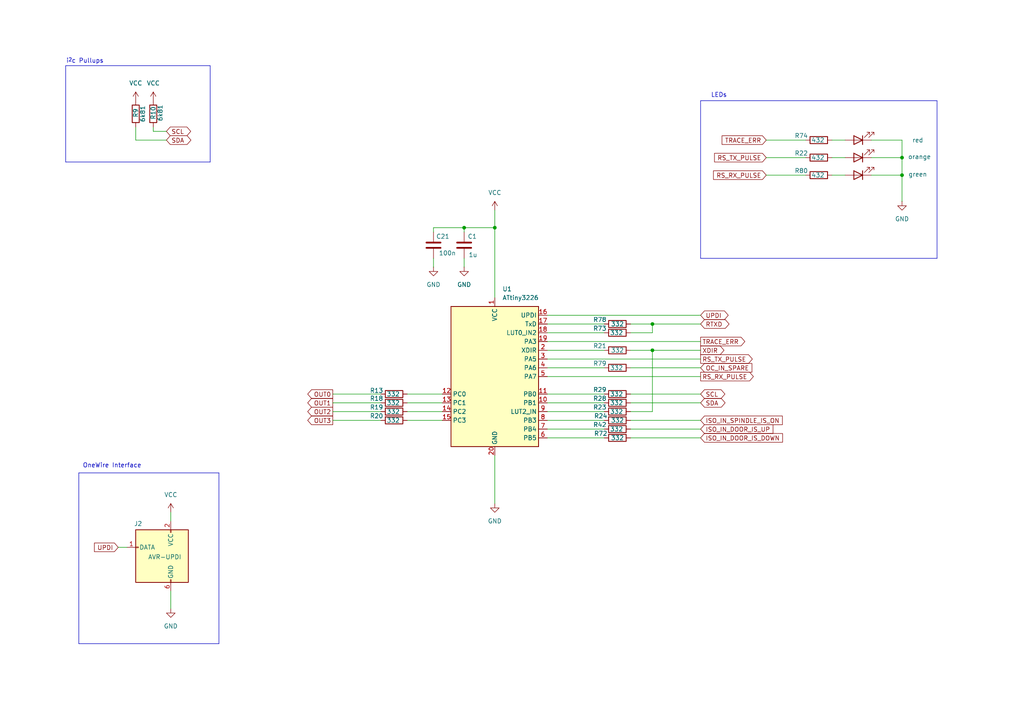
<source format=kicad_sch>
(kicad_sch
	(version 20231120)
	(generator "eeschema")
	(generator_version "8.0")
	(uuid "09cfb27b-ecbe-4385-bb17-639aa70cd473")
	(paper "A4")
	(lib_symbols
		(symbol "Connector:AVR-UPDI-6"
			(pin_names
				(offset 1.016)
			)
			(exclude_from_sim no)
			(in_bom yes)
			(on_board yes)
			(property "Reference" "J"
				(at -6.35 8.89 0)
				(effects
					(font
						(size 1.27 1.27)
					)
					(justify left)
				)
			)
			(property "Value" "AVR-UPDI-6"
				(at 0 8.89 0)
				(effects
					(font
						(size 1.27 1.27)
					)
					(justify left)
				)
			)
			(property "Footprint" ""
				(at -6.35 -1.27 90)
				(effects
					(font
						(size 1.27 1.27)
					)
					(hide yes)
				)
			)
			(property "Datasheet" "https://www.microchip.com/webdoc/GUID-9D10622A-5C16-4405-B092-1BDD437B4976/index.html?GUID-9B349315-2842-4189-B88C-49F4E1055D7F"
				(at -32.385 -13.97 0)
				(effects
					(font
						(size 1.27 1.27)
					)
					(hide yes)
				)
			)
			(property "Description" "Atmel 6-pin UPDI connector"
				(at 0 0 0)
				(effects
					(font
						(size 1.27 1.27)
					)
					(hide yes)
				)
			)
			(property "ki_keywords" "AVR UPDI Connector"
				(at 0 0 0)
				(effects
					(font
						(size 1.27 1.27)
					)
					(hide yes)
				)
			)
			(property "ki_fp_filters" "IDC?Header*2x03* Pin?Header*2x03*"
				(at 0 0 0)
				(effects
					(font
						(size 1.27 1.27)
					)
					(hide yes)
				)
			)
			(symbol "AVR-UPDI-6_0_1"
				(rectangle
					(start -2.667 -6.858)
					(end -2.413 -7.62)
					(stroke
						(width 0)
						(type default)
					)
					(fill
						(type none)
					)
				)
				(rectangle
					(start -2.667 7.62)
					(end -2.413 6.858)
					(stroke
						(width 0)
						(type default)
					)
					(fill
						(type none)
					)
				)
				(rectangle
					(start 7.62 2.667)
					(end 6.858 2.413)
					(stroke
						(width 0)
						(type default)
					)
					(fill
						(type none)
					)
				)
				(rectangle
					(start 7.62 7.62)
					(end -7.62 -7.62)
					(stroke
						(width 0.254)
						(type default)
					)
					(fill
						(type background)
					)
				)
			)
			(symbol "AVR-UPDI-6_1_1"
				(pin passive line
					(at 10.16 2.54 180)
					(length 2.54)
					(name "DATA"
						(effects
							(font
								(size 1.27 1.27)
							)
						)
					)
					(number "1"
						(effects
							(font
								(size 1.27 1.27)
							)
						)
					)
				)
				(pin passive line
					(at -2.54 10.16 270)
					(length 2.54)
					(name "VCC"
						(effects
							(font
								(size 1.27 1.27)
							)
						)
					)
					(number "2"
						(effects
							(font
								(size 1.27 1.27)
							)
						)
					)
				)
				(pin no_connect line
					(at 7.62 0 180)
					(length 2.54) hide
					(name "NC"
						(effects
							(font
								(size 1.27 1.27)
							)
						)
					)
					(number "3"
						(effects
							(font
								(size 1.27 1.27)
							)
						)
					)
				)
				(pin no_connect line
					(at 7.62 -2.54 180)
					(length 2.54) hide
					(name "NC"
						(effects
							(font
								(size 1.27 1.27)
							)
						)
					)
					(number "4"
						(effects
							(font
								(size 1.27 1.27)
							)
						)
					)
				)
				(pin no_connect line
					(at 7.62 -5.08 180)
					(length 2.54) hide
					(name "NC"
						(effects
							(font
								(size 1.27 1.27)
							)
						)
					)
					(number "5"
						(effects
							(font
								(size 1.27 1.27)
							)
						)
					)
				)
				(pin passive line
					(at -2.54 -10.16 90)
					(length 2.54)
					(name "GND"
						(effects
							(font
								(size 1.27 1.27)
							)
						)
					)
					(number "6"
						(effects
							(font
								(size 1.27 1.27)
							)
						)
					)
				)
			)
		)
		(symbol "Device:C"
			(pin_numbers hide)
			(pin_names
				(offset 0.254)
			)
			(exclude_from_sim no)
			(in_bom yes)
			(on_board yes)
			(property "Reference" "C"
				(at 0.635 2.54 0)
				(effects
					(font
						(size 1.27 1.27)
					)
					(justify left)
				)
			)
			(property "Value" "C"
				(at 0.635 -2.54 0)
				(effects
					(font
						(size 1.27 1.27)
					)
					(justify left)
				)
			)
			(property "Footprint" ""
				(at 0.9652 -3.81 0)
				(effects
					(font
						(size 1.27 1.27)
					)
					(hide yes)
				)
			)
			(property "Datasheet" "~"
				(at 0 0 0)
				(effects
					(font
						(size 1.27 1.27)
					)
					(hide yes)
				)
			)
			(property "Description" "Unpolarized capacitor"
				(at 0 0 0)
				(effects
					(font
						(size 1.27 1.27)
					)
					(hide yes)
				)
			)
			(property "ki_keywords" "cap capacitor"
				(at 0 0 0)
				(effects
					(font
						(size 1.27 1.27)
					)
					(hide yes)
				)
			)
			(property "ki_fp_filters" "C_*"
				(at 0 0 0)
				(effects
					(font
						(size 1.27 1.27)
					)
					(hide yes)
				)
			)
			(symbol "C_0_1"
				(polyline
					(pts
						(xy -2.032 -0.762) (xy 2.032 -0.762)
					)
					(stroke
						(width 0.508)
						(type default)
					)
					(fill
						(type none)
					)
				)
				(polyline
					(pts
						(xy -2.032 0.762) (xy 2.032 0.762)
					)
					(stroke
						(width 0.508)
						(type default)
					)
					(fill
						(type none)
					)
				)
			)
			(symbol "C_1_1"
				(pin passive line
					(at 0 3.81 270)
					(length 2.794)
					(name "~"
						(effects
							(font
								(size 1.27 1.27)
							)
						)
					)
					(number "1"
						(effects
							(font
								(size 1.27 1.27)
							)
						)
					)
				)
				(pin passive line
					(at 0 -3.81 90)
					(length 2.794)
					(name "~"
						(effects
							(font
								(size 1.27 1.27)
							)
						)
					)
					(number "2"
						(effects
							(font
								(size 1.27 1.27)
							)
						)
					)
				)
			)
		)
		(symbol "Device:LED"
			(pin_numbers hide)
			(pin_names
				(offset 1.016) hide)
			(exclude_from_sim no)
			(in_bom yes)
			(on_board yes)
			(property "Reference" "D"
				(at 0 2.54 0)
				(effects
					(font
						(size 1.27 1.27)
					)
				)
			)
			(property "Value" "LED"
				(at 0 -2.54 0)
				(effects
					(font
						(size 1.27 1.27)
					)
				)
			)
			(property "Footprint" ""
				(at 0 0 0)
				(effects
					(font
						(size 1.27 1.27)
					)
					(hide yes)
				)
			)
			(property "Datasheet" "~"
				(at 0 0 0)
				(effects
					(font
						(size 1.27 1.27)
					)
					(hide yes)
				)
			)
			(property "Description" "Light emitting diode"
				(at 0 0 0)
				(effects
					(font
						(size 1.27 1.27)
					)
					(hide yes)
				)
			)
			(property "ki_keywords" "LED diode"
				(at 0 0 0)
				(effects
					(font
						(size 1.27 1.27)
					)
					(hide yes)
				)
			)
			(property "ki_fp_filters" "LED* LED_SMD:* LED_THT:*"
				(at 0 0 0)
				(effects
					(font
						(size 1.27 1.27)
					)
					(hide yes)
				)
			)
			(symbol "LED_0_1"
				(polyline
					(pts
						(xy -1.27 -1.27) (xy -1.27 1.27)
					)
					(stroke
						(width 0.254)
						(type default)
					)
					(fill
						(type none)
					)
				)
				(polyline
					(pts
						(xy -1.27 0) (xy 1.27 0)
					)
					(stroke
						(width 0)
						(type default)
					)
					(fill
						(type none)
					)
				)
				(polyline
					(pts
						(xy 1.27 -1.27) (xy 1.27 1.27) (xy -1.27 0) (xy 1.27 -1.27)
					)
					(stroke
						(width 0.254)
						(type default)
					)
					(fill
						(type none)
					)
				)
				(polyline
					(pts
						(xy -3.048 -0.762) (xy -4.572 -2.286) (xy -3.81 -2.286) (xy -4.572 -2.286) (xy -4.572 -1.524)
					)
					(stroke
						(width 0)
						(type default)
					)
					(fill
						(type none)
					)
				)
				(polyline
					(pts
						(xy -1.778 -0.762) (xy -3.302 -2.286) (xy -2.54 -2.286) (xy -3.302 -2.286) (xy -3.302 -1.524)
					)
					(stroke
						(width 0)
						(type default)
					)
					(fill
						(type none)
					)
				)
			)
			(symbol "LED_1_1"
				(pin passive line
					(at -3.81 0 0)
					(length 2.54)
					(name "K"
						(effects
							(font
								(size 1.27 1.27)
							)
						)
					)
					(number "1"
						(effects
							(font
								(size 1.27 1.27)
							)
						)
					)
				)
				(pin passive line
					(at 3.81 0 180)
					(length 2.54)
					(name "A"
						(effects
							(font
								(size 1.27 1.27)
							)
						)
					)
					(number "2"
						(effects
							(font
								(size 1.27 1.27)
							)
						)
					)
				)
			)
		)
		(symbol "Device:R"
			(pin_numbers hide)
			(pin_names
				(offset 0)
			)
			(exclude_from_sim no)
			(in_bom yes)
			(on_board yes)
			(property "Reference" "R"
				(at 2.032 0 90)
				(effects
					(font
						(size 1.27 1.27)
					)
				)
			)
			(property "Value" "R"
				(at 0 0 90)
				(effects
					(font
						(size 1.27 1.27)
					)
				)
			)
			(property "Footprint" ""
				(at -1.778 0 90)
				(effects
					(font
						(size 1.27 1.27)
					)
					(hide yes)
				)
			)
			(property "Datasheet" "~"
				(at 0 0 0)
				(effects
					(font
						(size 1.27 1.27)
					)
					(hide yes)
				)
			)
			(property "Description" "Resistor"
				(at 0 0 0)
				(effects
					(font
						(size 1.27 1.27)
					)
					(hide yes)
				)
			)
			(property "ki_keywords" "R res resistor"
				(at 0 0 0)
				(effects
					(font
						(size 1.27 1.27)
					)
					(hide yes)
				)
			)
			(property "ki_fp_filters" "R_*"
				(at 0 0 0)
				(effects
					(font
						(size 1.27 1.27)
					)
					(hide yes)
				)
			)
			(symbol "R_0_1"
				(rectangle
					(start -1.016 -2.54)
					(end 1.016 2.54)
					(stroke
						(width 0.254)
						(type default)
					)
					(fill
						(type none)
					)
				)
			)
			(symbol "R_1_1"
				(pin passive line
					(at 0 3.81 270)
					(length 1.27)
					(name "~"
						(effects
							(font
								(size 1.27 1.27)
							)
						)
					)
					(number "1"
						(effects
							(font
								(size 1.27 1.27)
							)
						)
					)
				)
				(pin passive line
					(at 0 -3.81 90)
					(length 1.27)
					(name "~"
						(effects
							(font
								(size 1.27 1.27)
							)
						)
					)
					(number "2"
						(effects
							(font
								(size 1.27 1.27)
							)
						)
					)
				)
			)
		)
		(symbol "MCU_Microchip_ATtiny:ATtiny3226-S"
			(exclude_from_sim no)
			(in_bom yes)
			(on_board yes)
			(property "Reference" "U1"
				(at 2.1941 25.4 0)
				(effects
					(font
						(size 1.27 1.27)
					)
					(justify left)
				)
			)
			(property "Value" "ATtiny3226"
				(at 2.1941 22.86 0)
				(effects
					(font
						(size 1.27 1.27)
					)
					(justify left)
				)
			)
			(property "Footprint" "Package_SO:SOIC-20W_7.5x12.8mm_P1.27mm"
				(at 0 0 0)
				(effects
					(font
						(size 1.27 1.27)
						(italic yes)
					)
					(hide yes)
				)
			)
			(property "Datasheet" "https://ww1.microchip.com/downloads/en/DeviceDoc/ATtiny3224-3226-3227-Data-Sheet-DS40002345A.pdf"
				(at 0 0 0)
				(effects
					(font
						(size 1.27 1.27)
					)
					(hide yes)
				)
			)
			(property "Description" "20MHz, 32kB Flash, 3kB SRAM, 256B EEPROM, SOIC-20"
				(at 0 0 0)
				(effects
					(font
						(size 1.27 1.27)
					)
					(hide yes)
				)
			)
			(property "ki_keywords" "AVR 8bit Microcontroller tinyAVR"
				(at 0 0 0)
				(effects
					(font
						(size 1.27 1.27)
					)
					(hide yes)
				)
			)
			(property "ki_fp_filters" "SOIC*7.5x12.8mm*P1.27mm*"
				(at 0 0 0)
				(effects
					(font
						(size 1.27 1.27)
					)
					(hide yes)
				)
			)
			(symbol "ATtiny3226-S_0_1"
				(rectangle
					(start -12.7 -20.32)
					(end 12.7 20.32)
					(stroke
						(width 0.254)
						(type default)
					)
					(fill
						(type background)
					)
				)
			)
			(symbol "ATtiny3226-S_1_1"
				(pin power_in line
					(at 0 22.86 270)
					(length 2.54)
					(name "VCC"
						(effects
							(font
								(size 1.27 1.27)
							)
						)
					)
					(number "1"
						(effects
							(font
								(size 1.27 1.27)
							)
						)
					)
				)
				(pin bidirectional line
					(at 15.24 -7.62 180)
					(length 2.54)
					(name "PB1"
						(effects
							(font
								(size 1.27 1.27)
							)
						)
					)
					(number "10"
						(effects
							(font
								(size 1.27 1.27)
							)
						)
					)
				)
				(pin bidirectional line
					(at 15.24 -5.08 180)
					(length 2.54)
					(name "PB0"
						(effects
							(font
								(size 1.27 1.27)
							)
						)
					)
					(number "11"
						(effects
							(font
								(size 1.27 1.27)
							)
						)
					)
				)
				(pin bidirectional line
					(at -15.24 -5.08 0)
					(length 2.54)
					(name "PC0"
						(effects
							(font
								(size 1.27 1.27)
							)
						)
					)
					(number "12"
						(effects
							(font
								(size 1.27 1.27)
							)
						)
					)
				)
				(pin bidirectional line
					(at -15.24 -7.62 0)
					(length 2.54)
					(name "PC1"
						(effects
							(font
								(size 1.27 1.27)
							)
						)
					)
					(number "13"
						(effects
							(font
								(size 1.27 1.27)
							)
						)
					)
				)
				(pin bidirectional line
					(at -15.24 -10.16 0)
					(length 2.54)
					(name "PC2"
						(effects
							(font
								(size 1.27 1.27)
							)
						)
					)
					(number "14"
						(effects
							(font
								(size 1.27 1.27)
							)
						)
					)
				)
				(pin bidirectional line
					(at -15.24 -12.7 0)
					(length 2.54)
					(name "PC3"
						(effects
							(font
								(size 1.27 1.27)
							)
						)
					)
					(number "15"
						(effects
							(font
								(size 1.27 1.27)
							)
						)
					)
				)
				(pin bidirectional line
					(at 15.24 17.78 180)
					(length 2.54)
					(name "UPDI"
						(effects
							(font
								(size 1.27 1.27)
							)
						)
					)
					(number "16"
						(effects
							(font
								(size 1.27 1.27)
							)
						)
					)
				)
				(pin bidirectional line
					(at 15.24 15.24 180)
					(length 2.54)
					(name "TxD"
						(effects
							(font
								(size 1.27 1.27)
							)
						)
					)
					(number "17"
						(effects
							(font
								(size 1.27 1.27)
							)
						)
					)
				)
				(pin bidirectional line
					(at 15.24 12.7 180)
					(length 2.54)
					(name "LUT0_IN2"
						(effects
							(font
								(size 1.27 1.27)
							)
						)
					)
					(number "18"
						(effects
							(font
								(size 1.27 1.27)
							)
						)
					)
				)
				(pin bidirectional line
					(at 15.24 10.16 180)
					(length 2.54)
					(name "PA3"
						(effects
							(font
								(size 1.27 1.27)
							)
						)
					)
					(number "19"
						(effects
							(font
								(size 1.27 1.27)
							)
						)
					)
				)
				(pin bidirectional line
					(at 15.24 7.62 180)
					(length 2.54)
					(name "XDIR"
						(effects
							(font
								(size 1.27 1.27)
							)
						)
					)
					(number "2"
						(effects
							(font
								(size 1.27 1.27)
							)
						)
					)
				)
				(pin power_in line
					(at 0 -22.86 90)
					(length 2.54)
					(name "GND"
						(effects
							(font
								(size 1.27 1.27)
							)
						)
					)
					(number "20"
						(effects
							(font
								(size 1.27 1.27)
							)
						)
					)
				)
				(pin bidirectional line
					(at 15.24 5.08 180)
					(length 2.54)
					(name "PA5"
						(effects
							(font
								(size 1.27 1.27)
							)
						)
					)
					(number "3"
						(effects
							(font
								(size 1.27 1.27)
							)
						)
					)
				)
				(pin bidirectional line
					(at 15.24 2.54 180)
					(length 2.54)
					(name "PA6"
						(effects
							(font
								(size 1.27 1.27)
							)
						)
					)
					(number "4"
						(effects
							(font
								(size 1.27 1.27)
							)
						)
					)
				)
				(pin bidirectional line
					(at 15.24 0 180)
					(length 2.54)
					(name "PA7"
						(effects
							(font
								(size 1.27 1.27)
							)
						)
					)
					(number "5"
						(effects
							(font
								(size 1.27 1.27)
							)
						)
					)
				)
				(pin bidirectional line
					(at 15.24 -17.78 180)
					(length 2.54)
					(name "PB5"
						(effects
							(font
								(size 1.27 1.27)
							)
						)
					)
					(number "6"
						(effects
							(font
								(size 1.27 1.27)
							)
						)
					)
				)
				(pin bidirectional line
					(at 15.24 -15.24 180)
					(length 2.54)
					(name "PB4"
						(effects
							(font
								(size 1.27 1.27)
							)
						)
					)
					(number "7"
						(effects
							(font
								(size 1.27 1.27)
							)
						)
					)
				)
				(pin bidirectional line
					(at 15.24 -12.7 180)
					(length 2.54)
					(name "PB3"
						(effects
							(font
								(size 1.27 1.27)
							)
						)
					)
					(number "8"
						(effects
							(font
								(size 1.27 1.27)
							)
						)
					)
				)
				(pin bidirectional line
					(at 15.24 -10.16 180)
					(length 2.54)
					(name "LUT2_IN"
						(effects
							(font
								(size 1.27 1.27)
							)
						)
					)
					(number "9"
						(effects
							(font
								(size 1.27 1.27)
							)
						)
					)
				)
			)
		)
		(symbol "power:GND"
			(power)
			(pin_numbers hide)
			(pin_names
				(offset 0) hide)
			(exclude_from_sim no)
			(in_bom yes)
			(on_board yes)
			(property "Reference" "#PWR"
				(at 0 -6.35 0)
				(effects
					(font
						(size 1.27 1.27)
					)
					(hide yes)
				)
			)
			(property "Value" "GND"
				(at 0 -3.81 0)
				(effects
					(font
						(size 1.27 1.27)
					)
				)
			)
			(property "Footprint" ""
				(at 0 0 0)
				(effects
					(font
						(size 1.27 1.27)
					)
					(hide yes)
				)
			)
			(property "Datasheet" ""
				(at 0 0 0)
				(effects
					(font
						(size 1.27 1.27)
					)
					(hide yes)
				)
			)
			(property "Description" "Power symbol creates a global label with name \"GND\" , ground"
				(at 0 0 0)
				(effects
					(font
						(size 1.27 1.27)
					)
					(hide yes)
				)
			)
			(property "ki_keywords" "global power"
				(at 0 0 0)
				(effects
					(font
						(size 1.27 1.27)
					)
					(hide yes)
				)
			)
			(symbol "GND_0_1"
				(polyline
					(pts
						(xy 0 0) (xy 0 -1.27) (xy 1.27 -1.27) (xy 0 -2.54) (xy -1.27 -1.27) (xy 0 -1.27)
					)
					(stroke
						(width 0)
						(type default)
					)
					(fill
						(type none)
					)
				)
			)
			(symbol "GND_1_1"
				(pin power_in line
					(at 0 0 270)
					(length 0)
					(name "~"
						(effects
							(font
								(size 1.27 1.27)
							)
						)
					)
					(number "1"
						(effects
							(font
								(size 1.27 1.27)
							)
						)
					)
				)
			)
		)
		(symbol "power:VCC"
			(power)
			(pin_numbers hide)
			(pin_names
				(offset 0) hide)
			(exclude_from_sim no)
			(in_bom yes)
			(on_board yes)
			(property "Reference" "#PWR"
				(at 0 -3.81 0)
				(effects
					(font
						(size 1.27 1.27)
					)
					(hide yes)
				)
			)
			(property "Value" "VCC"
				(at 0 3.556 0)
				(effects
					(font
						(size 1.27 1.27)
					)
				)
			)
			(property "Footprint" ""
				(at 0 0 0)
				(effects
					(font
						(size 1.27 1.27)
					)
					(hide yes)
				)
			)
			(property "Datasheet" ""
				(at 0 0 0)
				(effects
					(font
						(size 1.27 1.27)
					)
					(hide yes)
				)
			)
			(property "Description" "Power symbol creates a global label with name \"VCC\""
				(at 0 0 0)
				(effects
					(font
						(size 1.27 1.27)
					)
					(hide yes)
				)
			)
			(property "ki_keywords" "global power"
				(at 0 0 0)
				(effects
					(font
						(size 1.27 1.27)
					)
					(hide yes)
				)
			)
			(symbol "VCC_0_1"
				(polyline
					(pts
						(xy -0.762 1.27) (xy 0 2.54)
					)
					(stroke
						(width 0)
						(type default)
					)
					(fill
						(type none)
					)
				)
				(polyline
					(pts
						(xy 0 0) (xy 0 2.54)
					)
					(stroke
						(width 0)
						(type default)
					)
					(fill
						(type none)
					)
				)
				(polyline
					(pts
						(xy 0 2.54) (xy 0.762 1.27)
					)
					(stroke
						(width 0)
						(type default)
					)
					(fill
						(type none)
					)
				)
			)
			(symbol "VCC_1_1"
				(pin power_in line
					(at 0 0 90)
					(length 0)
					(name "~"
						(effects
							(font
								(size 1.27 1.27)
							)
						)
					)
					(number "1"
						(effects
							(font
								(size 1.27 1.27)
							)
						)
					)
				)
			)
		)
	)
	(junction
		(at 189.23 101.6)
		(diameter 0)
		(color 0 0 0 0)
		(uuid "6336fb1c-fceb-4408-a558-e0b774590352")
	)
	(junction
		(at 261.62 45.72)
		(diameter 0)
		(color 0 0 0 0)
		(uuid "6cd448c4-89c4-4904-870a-0e5d0a2a2d6b")
	)
	(junction
		(at 189.23 93.98)
		(diameter 0)
		(color 0 0 0 0)
		(uuid "746cdb97-524f-4e88-a6ba-f190d27cb16b")
	)
	(junction
		(at 134.62 66.04)
		(diameter 0)
		(color 0 0 0 0)
		(uuid "80867d18-f062-4d26-89c7-e70c564820b7")
	)
	(junction
		(at 143.51 66.04)
		(diameter 0)
		(color 0 0 0 0)
		(uuid "a0b4e17f-4a2f-4a08-94c3-6a8851112a7f")
	)
	(junction
		(at 261.62 50.8)
		(diameter 0)
		(color 0 0 0 0)
		(uuid "bc8dae6f-bdb0-4289-add4-1eb7ae9a3dc8")
	)
	(wire
		(pts
			(xy 182.88 106.68) (xy 203.2 106.68)
		)
		(stroke
			(width 0)
			(type default)
		)
		(uuid "00e55b7b-e296-42ad-a886-9281a2acbd1c")
	)
	(wire
		(pts
			(xy 125.73 67.31) (xy 125.73 66.04)
		)
		(stroke
			(width 0)
			(type default)
		)
		(uuid "044cf075-c4b8-4a2d-b0e5-52cc5bb71294")
	)
	(wire
		(pts
			(xy 96.52 116.84) (xy 110.49 116.84)
		)
		(stroke
			(width 0)
			(type default)
		)
		(uuid "04626ba8-b8b8-449b-9bd4-9208e3bb44f2")
	)
	(wire
		(pts
			(xy 222.25 40.64) (xy 233.68 40.64)
		)
		(stroke
			(width 0)
			(type default)
		)
		(uuid "07ca7717-fca4-4c0d-a8cb-cbe35749a26a")
	)
	(polyline
		(pts
			(xy 22.86 137.16) (xy 63.5 137.16)
		)
		(stroke
			(width 0)
			(type default)
		)
		(uuid "096cbeef-78a2-4084-bf56-cc28cfd00cc4")
	)
	(wire
		(pts
			(xy 48.26 40.64) (xy 39.37 40.64)
		)
		(stroke
			(width 0)
			(type default)
		)
		(uuid "0a44e91e-5145-486b-ba0f-a58e5e5d59ba")
	)
	(wire
		(pts
			(xy 143.51 66.04) (xy 143.51 60.96)
		)
		(stroke
			(width 0)
			(type default)
		)
		(uuid "0da26177-d2e6-43a8-9f99-473e8784e76e")
	)
	(wire
		(pts
			(xy 182.88 127) (xy 203.2 127)
		)
		(stroke
			(width 0)
			(type default)
		)
		(uuid "0f25e5d2-60ff-429b-8fcd-2028c4eff4e5")
	)
	(polyline
		(pts
			(xy 60.96 46.99) (xy 19.05 46.99)
		)
		(stroke
			(width 0)
			(type default)
		)
		(uuid "0fb488b3-91a2-4718-a41e-3692b391f124")
	)
	(wire
		(pts
			(xy 158.75 99.06) (xy 203.2 99.06)
		)
		(stroke
			(width 0)
			(type default)
		)
		(uuid "10613318-43db-4f8d-a493-464115e9d333")
	)
	(wire
		(pts
			(xy 175.26 101.6) (xy 158.75 101.6)
		)
		(stroke
			(width 0)
			(type default)
		)
		(uuid "120f2338-a3ba-467c-9c65-18195503a8ac")
	)
	(polyline
		(pts
			(xy 63.5 137.16) (xy 63.5 186.69)
		)
		(stroke
			(width 0)
			(type default)
		)
		(uuid "121bf857-53d6-457e-980f-f78c693a6a0c")
	)
	(polyline
		(pts
			(xy 22.86 186.69) (xy 22.86 137.16)
		)
		(stroke
			(width 0)
			(type default)
		)
		(uuid "126dce7e-e59b-48ad-9f35-ad1755b2abcc")
	)
	(wire
		(pts
			(xy 189.23 101.6) (xy 203.2 101.6)
		)
		(stroke
			(width 0)
			(type default)
		)
		(uuid "12e0519f-4323-498e-acb5-6ce98521c180")
	)
	(wire
		(pts
			(xy 261.62 40.64) (xy 261.62 45.72)
		)
		(stroke
			(width 0)
			(type default)
		)
		(uuid "16750eb4-5e09-4564-9a59-2724782f4f53")
	)
	(wire
		(pts
			(xy 158.75 116.84) (xy 175.26 116.84)
		)
		(stroke
			(width 0)
			(type default)
		)
		(uuid "1eba25a8-b44a-4715-bcbf-dd8f88fa225d")
	)
	(wire
		(pts
			(xy 182.88 116.84) (xy 203.2 116.84)
		)
		(stroke
			(width 0)
			(type default)
		)
		(uuid "22a5581a-92cf-4f59-88fd-2a7eefccd6ef")
	)
	(wire
		(pts
			(xy 96.52 114.3) (xy 110.49 114.3)
		)
		(stroke
			(width 0)
			(type default)
		)
		(uuid "230149ff-ecfd-461b-b53e-4352307f6616")
	)
	(wire
		(pts
			(xy 175.26 119.38) (xy 158.75 119.38)
		)
		(stroke
			(width 0)
			(type default)
		)
		(uuid "241912b2-c7ea-4008-958d-95c79ec1814c")
	)
	(wire
		(pts
			(xy 125.73 74.93) (xy 125.73 77.47)
		)
		(stroke
			(width 0)
			(type default)
		)
		(uuid "2665f558-137d-4e7f-84be-5ebf258d97c3")
	)
	(wire
		(pts
			(xy 118.11 119.38) (xy 128.27 119.38)
		)
		(stroke
			(width 0)
			(type default)
		)
		(uuid "2df40770-33b7-4988-963c-9baaf1446842")
	)
	(wire
		(pts
			(xy 182.88 124.46) (xy 203.2 124.46)
		)
		(stroke
			(width 0)
			(type default)
		)
		(uuid "30e53cb9-167a-4b71-b3aa-523ea086e843")
	)
	(wire
		(pts
			(xy 222.25 50.8) (xy 233.68 50.8)
		)
		(stroke
			(width 0)
			(type default)
		)
		(uuid "3d664fab-33c2-4ec4-a7b9-d1c72377037d")
	)
	(polyline
		(pts
			(xy 271.78 74.93) (xy 271.78 29.21)
		)
		(stroke
			(width 0)
			(type default)
		)
		(uuid "41d791d1-a5ae-40ab-b494-bca0b3ee3643")
	)
	(wire
		(pts
			(xy 189.23 96.52) (xy 189.23 93.98)
		)
		(stroke
			(width 0)
			(type default)
		)
		(uuid "420090d7-663f-4806-8265-ad4e74b0353c")
	)
	(wire
		(pts
			(xy 158.75 96.52) (xy 175.26 96.52)
		)
		(stroke
			(width 0)
			(type default)
		)
		(uuid "420c0498-bc5f-40a6-a553-74bd78f4ccb7")
	)
	(wire
		(pts
			(xy 241.3 45.72) (xy 245.11 45.72)
		)
		(stroke
			(width 0)
			(type default)
		)
		(uuid "431832b9-2f6c-405c-a3e6-0a2c2afe9551")
	)
	(wire
		(pts
			(xy 158.75 91.44) (xy 203.2 91.44)
		)
		(stroke
			(width 0)
			(type default)
		)
		(uuid "4492049c-f0ff-4b61-bc4e-3b3ef49595a5")
	)
	(wire
		(pts
			(xy 49.53 176.53) (xy 49.53 171.45)
		)
		(stroke
			(width 0)
			(type default)
		)
		(uuid "44e97052-1b96-44f8-93a9-8d9df243e7b2")
	)
	(wire
		(pts
			(xy 182.88 121.92) (xy 203.2 121.92)
		)
		(stroke
			(width 0)
			(type default)
		)
		(uuid "47df62cb-c160-4069-bc11-5aeb93cf3876")
	)
	(wire
		(pts
			(xy 241.3 40.64) (xy 245.11 40.64)
		)
		(stroke
			(width 0)
			(type default)
		)
		(uuid "48a61aa8-b719-421a-83a7-30be8e3e93b5")
	)
	(wire
		(pts
			(xy 261.62 45.72) (xy 261.62 50.8)
		)
		(stroke
			(width 0)
			(type default)
		)
		(uuid "48c93bb9-c40b-42d7-9138-bb40b4a2c84a")
	)
	(wire
		(pts
			(xy 134.62 66.04) (xy 134.62 67.31)
		)
		(stroke
			(width 0)
			(type default)
		)
		(uuid "4a524cd6-4035-4163-8240-1230bd731a9b")
	)
	(wire
		(pts
			(xy 134.62 66.04) (xy 143.51 66.04)
		)
		(stroke
			(width 0)
			(type default)
		)
		(uuid "555e0ec5-13a7-4b47-bf91-32b211d09d2b")
	)
	(wire
		(pts
			(xy 158.75 109.22) (xy 203.2 109.22)
		)
		(stroke
			(width 0)
			(type default)
		)
		(uuid "5b949eb3-e055-49f8-8732-187476fd37ef")
	)
	(wire
		(pts
			(xy 134.62 74.93) (xy 134.62 77.47)
		)
		(stroke
			(width 0)
			(type default)
		)
		(uuid "5d489ebd-35c8-4a1a-b838-cdef2a6b2185")
	)
	(wire
		(pts
			(xy 182.88 96.52) (xy 189.23 96.52)
		)
		(stroke
			(width 0)
			(type default)
		)
		(uuid "5d5e436f-527d-46d2-af65-82ae47a9d09e")
	)
	(wire
		(pts
			(xy 222.25 45.72) (xy 233.68 45.72)
		)
		(stroke
			(width 0)
			(type default)
		)
		(uuid "5e8b3ec7-8a9e-462e-b005-abb7e55932ff")
	)
	(wire
		(pts
			(xy 118.11 114.3) (xy 128.27 114.3)
		)
		(stroke
			(width 0)
			(type default)
		)
		(uuid "62359196-20e4-4519-9925-f60712d1a1fc")
	)
	(wire
		(pts
			(xy 182.88 101.6) (xy 189.23 101.6)
		)
		(stroke
			(width 0)
			(type default)
		)
		(uuid "635e8d11-962a-4553-a68f-0d6c27458a15")
	)
	(polyline
		(pts
			(xy 203.2 29.21) (xy 271.78 29.21)
		)
		(stroke
			(width 0)
			(type default)
		)
		(uuid "66fcd017-1982-44de-9425-1e3ade70b264")
	)
	(wire
		(pts
			(xy 39.37 36.83) (xy 39.37 40.64)
		)
		(stroke
			(width 0)
			(type default)
		)
		(uuid "68484ed9-2304-4120-8e0f-d3c1c216995e")
	)
	(wire
		(pts
			(xy 182.88 93.98) (xy 189.23 93.98)
		)
		(stroke
			(width 0)
			(type default)
		)
		(uuid "6a7680bc-e3ba-451f-a70c-fb5461b8e1cd")
	)
	(wire
		(pts
			(xy 44.45 36.83) (xy 44.45 38.1)
		)
		(stroke
			(width 0)
			(type default)
		)
		(uuid "6db32e0b-ce82-48e8-b943-ff7435600f17")
	)
	(wire
		(pts
			(xy 34.29 158.75) (xy 36.83 158.75)
		)
		(stroke
			(width 0)
			(type default)
		)
		(uuid "6e1a30d8-4073-4528-b893-139134072bc2")
	)
	(polyline
		(pts
			(xy 203.2 74.93) (xy 271.78 74.93)
		)
		(stroke
			(width 0)
			(type default)
		)
		(uuid "7b1d8260-1f2c-4f3a-9caa-5d52846f3a38")
	)
	(wire
		(pts
			(xy 118.11 116.84) (xy 128.27 116.84)
		)
		(stroke
			(width 0)
			(type default)
		)
		(uuid "7eacd364-c5d8-458a-9356-39152b2f4da4")
	)
	(polyline
		(pts
			(xy 19.05 19.05) (xy 19.05 46.99)
		)
		(stroke
			(width 0)
			(type default)
		)
		(uuid "80defc29-6766-4cdc-aa2c-45a1db39de70")
	)
	(polyline
		(pts
			(xy 60.96 19.05) (xy 60.96 46.99)
		)
		(stroke
			(width 0)
			(type default)
		)
		(uuid "81dd4192-cc1f-45fc-88fa-d326b3cef986")
	)
	(wire
		(pts
			(xy 182.88 114.3) (xy 203.2 114.3)
		)
		(stroke
			(width 0)
			(type default)
		)
		(uuid "8412ffc3-ec3f-4709-b985-e8e873d0610c")
	)
	(wire
		(pts
			(xy 241.3 50.8) (xy 245.11 50.8)
		)
		(stroke
			(width 0)
			(type default)
		)
		(uuid "92bd2681-1937-4575-8f02-b71c90f2f44f")
	)
	(wire
		(pts
			(xy 158.75 106.68) (xy 175.26 106.68)
		)
		(stroke
			(width 0)
			(type default)
		)
		(uuid "9673365c-555c-4308-acbf-b6680385f489")
	)
	(polyline
		(pts
			(xy 19.05 19.05) (xy 60.96 19.05)
		)
		(stroke
			(width 0)
			(type default)
		)
		(uuid "9bb32149-4ae1-4222-8c76-220b516c849a")
	)
	(wire
		(pts
			(xy 182.88 119.38) (xy 189.23 119.38)
		)
		(stroke
			(width 0)
			(type default)
		)
		(uuid "a1470f7a-4bfb-484b-85bb-60164e2c3bc0")
	)
	(wire
		(pts
			(xy 175.26 127) (xy 158.75 127)
		)
		(stroke
			(width 0)
			(type default)
		)
		(uuid "ae572649-99ee-42a9-9d15-27791dee4758")
	)
	(wire
		(pts
			(xy 96.52 119.38) (xy 110.49 119.38)
		)
		(stroke
			(width 0)
			(type default)
		)
		(uuid "aebf5864-d0dc-430d-ba36-ae81111563c5")
	)
	(wire
		(pts
			(xy 252.73 45.72) (xy 261.62 45.72)
		)
		(stroke
			(width 0)
			(type default)
		)
		(uuid "b1959fcd-e5a3-4396-8890-b42756ef7459")
	)
	(wire
		(pts
			(xy 96.52 121.92) (xy 110.49 121.92)
		)
		(stroke
			(width 0)
			(type default)
		)
		(uuid "b8584b1c-477b-44d3-802f-d269d46a6e3b")
	)
	(wire
		(pts
			(xy 118.11 121.92) (xy 128.27 121.92)
		)
		(stroke
			(width 0)
			(type default)
		)
		(uuid "bcda2fba-d8ef-446d-a854-51e052923838")
	)
	(wire
		(pts
			(xy 48.26 38.1) (xy 44.45 38.1)
		)
		(stroke
			(width 0)
			(type default)
		)
		(uuid "bd817459-2804-4489-903e-2bbb4a38357f")
	)
	(polyline
		(pts
			(xy 203.2 29.21) (xy 203.2 74.93)
		)
		(stroke
			(width 0)
			(type default)
		)
		(uuid "bf9e3ca0-21ab-4914-9e0e-24b31c19977a")
	)
	(wire
		(pts
			(xy 143.51 66.04) (xy 143.51 86.36)
		)
		(stroke
			(width 0)
			(type default)
		)
		(uuid "c106abc3-733e-4b6f-96de-aec6bec87637")
	)
	(wire
		(pts
			(xy 143.51 146.05) (xy 143.51 132.08)
		)
		(stroke
			(width 0)
			(type default)
		)
		(uuid "c1e84fe2-0a27-4d66-aeb2-587bb92fea7c")
	)
	(wire
		(pts
			(xy 125.73 66.04) (xy 134.62 66.04)
		)
		(stroke
			(width 0)
			(type default)
		)
		(uuid "da724542-9d03-4bfc-acb0-3dec8dbf8b74")
	)
	(polyline
		(pts
			(xy 22.86 186.69) (xy 63.5 186.69)
		)
		(stroke
			(width 0)
			(type default)
		)
		(uuid "dcb84d24-f981-4698-91cc-5e65378d0f67")
	)
	(wire
		(pts
			(xy 158.75 104.14) (xy 203.2 104.14)
		)
		(stroke
			(width 0)
			(type default)
		)
		(uuid "de040282-b229-4001-9249-1abfd0661fb3")
	)
	(wire
		(pts
			(xy 175.26 121.92) (xy 158.75 121.92)
		)
		(stroke
			(width 0)
			(type default)
		)
		(uuid "de4ccc25-ba49-40a5-bbb2-a9c81161cb5b")
	)
	(wire
		(pts
			(xy 252.73 40.64) (xy 261.62 40.64)
		)
		(stroke
			(width 0)
			(type default)
		)
		(uuid "debff43a-58c5-46fe-850b-4ef19679100d")
	)
	(wire
		(pts
			(xy 252.73 50.8) (xy 261.62 50.8)
		)
		(stroke
			(width 0)
			(type default)
		)
		(uuid "e6c105a3-acdf-426b-bd77-5c0f051548db")
	)
	(wire
		(pts
			(xy 49.53 148.59) (xy 49.53 151.13)
		)
		(stroke
			(width 0)
			(type default)
		)
		(uuid "ea416ba0-414c-4351-8cf3-fc00581cf571")
	)
	(wire
		(pts
			(xy 158.75 93.98) (xy 175.26 93.98)
		)
		(stroke
			(width 0)
			(type default)
		)
		(uuid "ec2bd307-71da-45d4-91a9-527b548220f2")
	)
	(wire
		(pts
			(xy 261.62 50.8) (xy 261.62 58.42)
		)
		(stroke
			(width 0)
			(type default)
		)
		(uuid "f9c3a9e0-6552-4303-b6c9-5013f2d93542")
	)
	(wire
		(pts
			(xy 189.23 93.98) (xy 203.2 93.98)
		)
		(stroke
			(width 0)
			(type default)
		)
		(uuid "fc54ba07-9f0b-477e-85c5-9526072a0c70")
	)
	(wire
		(pts
			(xy 175.26 124.46) (xy 158.75 124.46)
		)
		(stroke
			(width 0)
			(type default)
		)
		(uuid "fe119634-2fc2-45a1-a95d-39aa3ceb4140")
	)
	(wire
		(pts
			(xy 158.75 114.3) (xy 175.26 114.3)
		)
		(stroke
			(width 0)
			(type default)
		)
		(uuid "ff113196-15dd-4b5a-bf43-72fe6f106828")
	)
	(wire
		(pts
			(xy 189.23 101.6) (xy 189.23 119.38)
		)
		(stroke
			(width 0)
			(type default)
		)
		(uuid "ff85d238-34ab-4973-b53e-2bc8f775b45c")
	)
	(text "LEDs"
		(exclude_from_sim no)
		(at 208.534 27.686 0)
		(effects
			(font
				(size 1.27 1.27)
			)
		)
		(uuid "962818c6-2147-40e8-a0ce-9d881f88a5f9")
	)
	(text "i^{2}c Pullups"
		(exclude_from_sim no)
		(at 24.638 17.78 0)
		(effects
			(font
				(size 1.27 1.27)
			)
		)
		(uuid "99047330-283c-40a4-b211-96f1346d730f")
	)
	(text "OneWire Interface"
		(exclude_from_sim no)
		(at 32.512 135.128 0)
		(effects
			(font
				(size 1.27 1.27)
			)
		)
		(uuid "c1a64cd1-60bb-4dd8-813a-45a2ff371f78")
	)
	(global_label "OUT0"
		(shape output)
		(at 96.52 114.3 180)
		(fields_autoplaced yes)
		(effects
			(font
				(size 1.27 1.27)
			)
			(justify right)
		)
		(uuid "199f95ff-d669-4457-878a-9ebb9fa46854")
		(property "Intersheetrefs" "${INTERSHEET_REFS}"
			(at 88.6967 114.3 0)
			(effects
				(font
					(size 1.27 1.27)
				)
				(justify right)
				(hide yes)
			)
		)
	)
	(global_label "UPDI"
		(shape bidirectional)
		(at 203.2 91.44 0)
		(fields_autoplaced yes)
		(effects
			(font
				(size 1.27 1.27)
			)
			(justify left)
		)
		(uuid "2df8ef49-94a6-4d6f-9c5e-30c190023e26")
		(property "Intersheetrefs" "${INTERSHEET_REFS}"
			(at 210.6605 91.44 0)
			(effects
				(font
					(size 1.27 1.27)
				)
				(justify left)
				(hide yes)
			)
		)
	)
	(global_label "UPDI"
		(shape input)
		(at 34.29 158.75 180)
		(fields_autoplaced yes)
		(effects
			(font
				(size 1.27 1.27)
			)
			(justify right)
		)
		(uuid "30a27c0f-b896-47bd-a4e8-c3f6f1e6f707")
		(property "Intersheetrefs" "${INTERSHEET_REFS}"
			(at 26.8295 158.75 0)
			(effects
				(font
					(size 1.27 1.27)
				)
				(justify right)
				(hide yes)
			)
		)
	)
	(global_label "ISO_IN_DOOR_IS_UP"
		(shape input)
		(at 203.2 124.46 0)
		(fields_autoplaced yes)
		(effects
			(font
				(size 1.27 1.27)
			)
			(justify left)
		)
		(uuid "3c6f6753-76d5-4741-9bb1-1321cda2eca8")
		(property "Intersheetrefs" "${INTERSHEET_REFS}"
			(at 224.7515 124.46 0)
			(effects
				(font
					(size 1.27 1.27)
				)
				(justify left)
				(hide yes)
			)
		)
	)
	(global_label "OUT3"
		(shape output)
		(at 96.52 121.92 180)
		(fields_autoplaced yes)
		(effects
			(font
				(size 1.27 1.27)
			)
			(justify right)
		)
		(uuid "45ba8a3d-e66e-4b9c-8e49-a21866b932d4")
		(property "Intersheetrefs" "${INTERSHEET_REFS}"
			(at 88.6967 121.92 0)
			(effects
				(font
					(size 1.27 1.27)
				)
				(justify right)
				(hide yes)
			)
		)
	)
	(global_label "RS_RX_PULSE"
		(shape input)
		(at 222.25 50.8 180)
		(fields_autoplaced yes)
		(effects
			(font
				(size 1.27 1.27)
			)
			(justify right)
		)
		(uuid "549acb24-e9b3-41b0-95e0-ebab86ae40f2")
		(property "Intersheetrefs" "${INTERSHEET_REFS}"
			(at 206.3835 50.8 0)
			(effects
				(font
					(size 1.27 1.27)
				)
				(justify right)
				(hide yes)
			)
		)
	)
	(global_label "TRACE_ERR"
		(shape input)
		(at 222.25 40.64 180)
		(fields_autoplaced yes)
		(effects
			(font
				(size 1.27 1.27)
			)
			(justify right)
		)
		(uuid "5960bca4-48f1-48f4-9c61-2a5ea879bddd")
		(property "Intersheetrefs" "${INTERSHEET_REFS}"
			(at 208.863 40.64 0)
			(effects
				(font
					(size 1.27 1.27)
				)
				(justify right)
				(hide yes)
			)
		)
	)
	(global_label "OUT2"
		(shape output)
		(at 96.52 119.38 180)
		(fields_autoplaced yes)
		(effects
			(font
				(size 1.27 1.27)
			)
			(justify right)
		)
		(uuid "63c6161d-eb59-415a-905c-93530cb7c663")
		(property "Intersheetrefs" "${INTERSHEET_REFS}"
			(at 88.6967 119.38 0)
			(effects
				(font
					(size 1.27 1.27)
				)
				(justify right)
				(hide yes)
			)
		)
	)
	(global_label "RS_TX_PULSE"
		(shape output)
		(at 203.2 104.14 0)
		(fields_autoplaced yes)
		(effects
			(font
				(size 1.27 1.27)
			)
			(justify left)
		)
		(uuid "70e274c5-962b-43ee-b2c0-292b8089cb65")
		(property "Intersheetrefs" "${INTERSHEET_REFS}"
			(at 218.7641 104.14 0)
			(effects
				(font
					(size 1.27 1.27)
				)
				(justify left)
				(hide yes)
			)
		)
	)
	(global_label "RS_TX_PULSE"
		(shape input)
		(at 222.25 45.72 180)
		(fields_autoplaced yes)
		(effects
			(font
				(size 1.27 1.27)
			)
			(justify right)
		)
		(uuid "80328e41-cac6-4733-ba8c-d9bde3d598fd")
		(property "Intersheetrefs" "${INTERSHEET_REFS}"
			(at 206.6859 45.72 0)
			(effects
				(font
					(size 1.27 1.27)
				)
				(justify right)
				(hide yes)
			)
		)
	)
	(global_label "SCL"
		(shape tri_state)
		(at 48.26 38.1 0)
		(fields_autoplaced yes)
		(effects
			(font
				(size 1.27 1.27)
			)
			(justify left)
		)
		(uuid "8d67788b-e3ef-4291-808e-4adee27fabc3")
		(property "Intersheetrefs" "${INTERSHEET_REFS}"
			(at 55.8641 38.1 0)
			(effects
				(font
					(size 1.27 1.27)
				)
				(justify left)
				(hide yes)
			)
		)
	)
	(global_label "SDA"
		(shape tri_state)
		(at 203.2 116.84 0)
		(fields_autoplaced yes)
		(effects
			(font
				(size 1.27 1.27)
			)
			(justify left)
		)
		(uuid "9bc49ea1-e222-4071-9561-2baf3ab4502e")
		(property "Intersheetrefs" "${INTERSHEET_REFS}"
			(at 210.8646 116.84 0)
			(effects
				(font
					(size 1.27 1.27)
				)
				(justify left)
				(hide yes)
			)
		)
	)
	(global_label "OUT1"
		(shape output)
		(at 96.52 116.84 180)
		(fields_autoplaced yes)
		(effects
			(font
				(size 1.27 1.27)
			)
			(justify right)
		)
		(uuid "acd5c189-7c98-4759-9b03-826ee402316e")
		(property "Intersheetrefs" "${INTERSHEET_REFS}"
			(at 88.6967 116.84 0)
			(effects
				(font
					(size 1.27 1.27)
				)
				(justify right)
				(hide yes)
			)
		)
	)
	(global_label "XDIR"
		(shape output)
		(at 203.2 101.6 0)
		(fields_autoplaced yes)
		(effects
			(font
				(size 1.27 1.27)
			)
			(justify left)
		)
		(uuid "c0292db4-243e-4c74-bf1c-bdf19941810c")
		(property "Intersheetrefs" "${INTERSHEET_REFS}"
			(at 210.5395 101.6 0)
			(effects
				(font
					(size 1.27 1.27)
				)
				(justify left)
				(hide yes)
			)
		)
	)
	(global_label "ISO_IN_DOOR_IS_DOWN"
		(shape input)
		(at 203.2 127 0)
		(fields_autoplaced yes)
		(effects
			(font
				(size 1.27 1.27)
			)
			(justify left)
		)
		(uuid "c85e364a-bd68-46fe-a953-585eba19f6fe")
		(property "Intersheetrefs" "${INTERSHEET_REFS}"
			(at 227.5334 127 0)
			(effects
				(font
					(size 1.27 1.27)
				)
				(justify left)
				(hide yes)
			)
		)
	)
	(global_label "TRACE_ERR"
		(shape output)
		(at 203.2 99.06 0)
		(fields_autoplaced yes)
		(effects
			(font
				(size 1.27 1.27)
			)
			(justify left)
		)
		(uuid "c8e72002-c370-4b13-92b7-0feba77b8f72")
		(property "Intersheetrefs" "${INTERSHEET_REFS}"
			(at 216.587 99.06 0)
			(effects
				(font
					(size 1.27 1.27)
				)
				(justify left)
				(hide yes)
			)
		)
	)
	(global_label "SCL"
		(shape tri_state)
		(at 203.2 114.3 0)
		(fields_autoplaced yes)
		(effects
			(font
				(size 1.27 1.27)
			)
			(justify left)
		)
		(uuid "cb89b2cd-e06f-4578-b836-e1ea6446be6e")
		(property "Intersheetrefs" "${INTERSHEET_REFS}"
			(at 210.8041 114.3 0)
			(effects
				(font
					(size 1.27 1.27)
				)
				(justify left)
				(hide yes)
			)
		)
	)
	(global_label "RTXD"
		(shape bidirectional)
		(at 203.2 93.98 0)
		(fields_autoplaced yes)
		(effects
			(font
				(size 1.27 1.27)
			)
			(justify left)
		)
		(uuid "d8321edf-c628-4027-b585-52fea4b09739")
		(property "Intersheetrefs" "${INTERSHEET_REFS}"
			(at 212.0136 93.98 0)
			(effects
				(font
					(size 1.27 1.27)
				)
				(justify left)
				(hide yes)
			)
		)
	)
	(global_label "SDA"
		(shape tri_state)
		(at 48.26 40.64 0)
		(fields_autoplaced yes)
		(effects
			(font
				(size 1.27 1.27)
			)
			(justify left)
		)
		(uuid "da26c544-2939-42c8-b6d1-805b9e444f2d")
		(property "Intersheetrefs" "${INTERSHEET_REFS}"
			(at 55.9246 40.64 0)
			(effects
				(font
					(size 1.27 1.27)
				)
				(justify left)
				(hide yes)
			)
		)
	)
	(global_label "ISO_IN_SPINDLE_IS_ON"
		(shape input)
		(at 203.2 121.92 0)
		(fields_autoplaced yes)
		(effects
			(font
				(size 1.27 1.27)
			)
			(justify left)
		)
		(uuid "df32d25f-2316-41b7-8838-631d9a69d0de")
		(property "Intersheetrefs" "${INTERSHEET_REFS}"
			(at 227.4729 121.92 0)
			(effects
				(font
					(size 1.27 1.27)
				)
				(justify left)
				(hide yes)
			)
		)
	)
	(global_label "OC_IN_SPARE"
		(shape input)
		(at 203.2 106.68 0)
		(fields_autoplaced yes)
		(effects
			(font
				(size 1.27 1.27)
			)
			(justify left)
		)
		(uuid "e98866ea-3bf8-4afa-b0b5-7d952f60f0b3")
		(property "Intersheetrefs" "${INTERSHEET_REFS}"
			(at 218.6433 106.68 0)
			(effects
				(font
					(size 1.27 1.27)
				)
				(justify left)
				(hide yes)
			)
		)
	)
	(global_label "RS_RX_PULSE"
		(shape output)
		(at 203.2 109.22 0)
		(fields_autoplaced yes)
		(effects
			(font
				(size 1.27 1.27)
			)
			(justify left)
		)
		(uuid "f5fd4fdc-f97e-47dc-b16d-22c95e1d9cf1")
		(property "Intersheetrefs" "${INTERSHEET_REFS}"
			(at 219.0665 109.22 0)
			(effects
				(font
					(size 1.27 1.27)
				)
				(justify left)
				(hide yes)
			)
		)
	)
	(symbol
		(lib_id "power:GND")
		(at 125.73 77.47 0)
		(unit 1)
		(exclude_from_sim no)
		(in_bom yes)
		(on_board yes)
		(dnp no)
		(fields_autoplaced yes)
		(uuid "0e675c56-f98a-47ed-bea5-ece5459476e3")
		(property "Reference" "#PWR049"
			(at 125.73 83.82 0)
			(effects
				(font
					(size 1.27 1.27)
				)
				(hide yes)
			)
		)
		(property "Value" "GND"
			(at 125.73 82.55 0)
			(effects
				(font
					(size 1.27 1.27)
				)
			)
		)
		(property "Footprint" ""
			(at 125.73 77.47 0)
			(effects
				(font
					(size 1.27 1.27)
				)
				(hide yes)
			)
		)
		(property "Datasheet" ""
			(at 125.73 77.47 0)
			(effects
				(font
					(size 1.27 1.27)
				)
				(hide yes)
			)
		)
		(property "Description" "Power symbol creates a global label with name \"GND\" , ground"
			(at 125.73 77.47 0)
			(effects
				(font
					(size 1.27 1.27)
				)
				(hide yes)
			)
		)
		(pin "1"
			(uuid "cf82bcd2-1891-4df7-b082-469ae19155e7")
		)
		(instances
			(project "central_control"
				(path "/24bc57b9-acf8-493e-9df6-7015f7e1bb8a/4d858077-b048-410a-a113-2658348ba3c3"
					(reference "#PWR049")
					(unit 1)
				)
			)
		)
	)
	(symbol
		(lib_id "Device:R")
		(at 179.07 121.92 90)
		(unit 1)
		(exclude_from_sim no)
		(in_bom yes)
		(on_board yes)
		(dnp no)
		(uuid "12dca657-abc1-455c-b559-9f517bd43ae0")
		(property "Reference" "R24"
			(at 174.244 120.65 90)
			(effects
				(font
					(size 1.27 1.27)
				)
			)
		)
		(property "Value" "332"
			(at 179.07 121.92 90)
			(effects
				(font
					(size 1.27 1.27)
				)
			)
		)
		(property "Footprint" "Resistor_SMD:R_0805_2012Metric_Pad1.20x1.40mm_HandSolder"
			(at 179.07 123.698 90)
			(effects
				(font
					(size 1.27 1.27)
				)
				(hide yes)
			)
		)
		(property "Datasheet" "~"
			(at 179.07 121.92 0)
			(effects
				(font
					(size 1.27 1.27)
				)
				(hide yes)
			)
		)
		(property "Description" "Resistor"
			(at 179.07 121.92 0)
			(effects
				(font
					(size 1.27 1.27)
				)
				(hide yes)
			)
		)
		(pin "2"
			(uuid "41c8fd09-36b6-4ecf-8b98-73ff7949ed21")
		)
		(pin "1"
			(uuid "14333e36-0e90-459f-8fc8-4b5459df5e41")
		)
		(instances
			(project "central_control"
				(path "/24bc57b9-acf8-493e-9df6-7015f7e1bb8a/4d858077-b048-410a-a113-2658348ba3c3"
					(reference "R24")
					(unit 1)
				)
			)
		)
	)
	(symbol
		(lib_id "Device:R")
		(at 39.37 33.02 0)
		(mirror x)
		(unit 1)
		(exclude_from_sim no)
		(in_bom yes)
		(on_board yes)
		(dnp no)
		(uuid "1c4a5454-50a1-4f3d-8991-dffc9452d449")
		(property "Reference" "R9"
			(at 39.37 32.766 90)
			(effects
				(font
					(size 1.27 1.27)
				)
			)
		)
		(property "Value" "6k81"
			(at 41.402 33.02 90)
			(effects
				(font
					(size 1.27 1.27)
				)
			)
		)
		(property "Footprint" "Resistor_SMD:R_1206_3216Metric_Pad1.30x1.75mm_HandSolder"
			(at 37.592 33.02 90)
			(effects
				(font
					(size 1.27 1.27)
				)
				(hide yes)
			)
		)
		(property "Datasheet" "~"
			(at 39.37 33.02 0)
			(effects
				(font
					(size 1.27 1.27)
				)
				(hide yes)
			)
		)
		(property "Description" "Resistor"
			(at 39.37 33.02 0)
			(effects
				(font
					(size 1.27 1.27)
				)
				(hide yes)
			)
		)
		(pin "2"
			(uuid "32d152c1-939a-4a16-8863-adf2843decae")
		)
		(pin "1"
			(uuid "5707bc5d-ec73-4050-bb59-9615feb1ba10")
		)
		(instances
			(project "central_control"
				(path "/24bc57b9-acf8-493e-9df6-7015f7e1bb8a/4d858077-b048-410a-a113-2658348ba3c3"
					(reference "R9")
					(unit 1)
				)
			)
		)
	)
	(symbol
		(lib_id "power:GND")
		(at 143.51 146.05 0)
		(unit 1)
		(exclude_from_sim no)
		(in_bom yes)
		(on_board yes)
		(dnp no)
		(fields_autoplaced yes)
		(uuid "1f71872c-9763-4e69-a1a4-b979b5b8b73c")
		(property "Reference" "#PWR028"
			(at 143.51 152.4 0)
			(effects
				(font
					(size 1.27 1.27)
				)
				(hide yes)
			)
		)
		(property "Value" "GND"
			(at 143.51 151.13 0)
			(effects
				(font
					(size 1.27 1.27)
				)
			)
		)
		(property "Footprint" ""
			(at 143.51 146.05 0)
			(effects
				(font
					(size 1.27 1.27)
				)
				(hide yes)
			)
		)
		(property "Datasheet" ""
			(at 143.51 146.05 0)
			(effects
				(font
					(size 1.27 1.27)
				)
				(hide yes)
			)
		)
		(property "Description" "Power symbol creates a global label with name \"GND\" , ground"
			(at 143.51 146.05 0)
			(effects
				(font
					(size 1.27 1.27)
				)
				(hide yes)
			)
		)
		(pin "1"
			(uuid "af727439-1b05-49a9-aa86-6c94ffc8b4da")
		)
		(instances
			(project "central_control"
				(path "/24bc57b9-acf8-493e-9df6-7015f7e1bb8a/4d858077-b048-410a-a113-2658348ba3c3"
					(reference "#PWR028")
					(unit 1)
				)
			)
		)
	)
	(symbol
		(lib_id "Device:R")
		(at 114.3 121.92 90)
		(unit 1)
		(exclude_from_sim no)
		(in_bom yes)
		(on_board yes)
		(dnp no)
		(uuid "2dc7be02-c093-46cd-b8eb-36378b241a36")
		(property "Reference" "R20"
			(at 109.22 120.65 90)
			(effects
				(font
					(size 1.27 1.27)
				)
			)
		)
		(property "Value" "332"
			(at 114.046 121.92 90)
			(effects
				(font
					(size 1.27 1.27)
				)
			)
		)
		(property "Footprint" "Resistor_SMD:R_0805_2012Metric_Pad1.20x1.40mm_HandSolder"
			(at 114.3 123.698 90)
			(effects
				(font
					(size 1.27 1.27)
				)
				(hide yes)
			)
		)
		(property "Datasheet" "~"
			(at 114.3 121.92 0)
			(effects
				(font
					(size 1.27 1.27)
				)
				(hide yes)
			)
		)
		(property "Description" "Resistor"
			(at 114.3 121.92 0)
			(effects
				(font
					(size 1.27 1.27)
				)
				(hide yes)
			)
		)
		(pin "2"
			(uuid "fec13f29-dbcf-4889-8f7d-40eee71084a9")
		)
		(pin "1"
			(uuid "fcad1860-72a8-415b-834a-ff79bd418591")
		)
		(instances
			(project "central_control"
				(path "/24bc57b9-acf8-493e-9df6-7015f7e1bb8a/4d858077-b048-410a-a113-2658348ba3c3"
					(reference "R20")
					(unit 1)
				)
			)
		)
	)
	(symbol
		(lib_id "Device:C")
		(at 125.73 71.12 0)
		(unit 1)
		(exclude_from_sim no)
		(in_bom yes)
		(on_board yes)
		(dnp no)
		(uuid "44d7609e-956a-45d6-b2f3-c086f8023744")
		(property "Reference" "C21"
			(at 126.492 68.58 0)
			(effects
				(font
					(size 1.27 1.27)
				)
				(justify left)
			)
		)
		(property "Value" "100n"
			(at 127.254 73.406 0)
			(effects
				(font
					(size 1.27 1.27)
				)
				(justify left)
			)
		)
		(property "Footprint" "Capacitor_SMD:C_0805_2012Metric_Pad1.18x1.45mm_HandSolder"
			(at 126.6952 74.93 0)
			(effects
				(font
					(size 1.27 1.27)
				)
				(hide yes)
			)
		)
		(property "Datasheet" "~"
			(at 125.73 71.12 0)
			(effects
				(font
					(size 1.27 1.27)
				)
				(hide yes)
			)
		)
		(property "Description" "Unpolarized capacitor"
			(at 125.73 71.12 0)
			(effects
				(font
					(size 1.27 1.27)
				)
				(hide yes)
			)
		)
		(pin "1"
			(uuid "2edb99bd-35f0-404a-93f2-e86994e7b960")
		)
		(pin "2"
			(uuid "030e1ec4-616a-4087-85ae-74f7b12b881a")
		)
		(instances
			(project "central_control"
				(path "/24bc57b9-acf8-493e-9df6-7015f7e1bb8a/4d858077-b048-410a-a113-2658348ba3c3"
					(reference "C21")
					(unit 1)
				)
			)
		)
	)
	(symbol
		(lib_id "Device:LED")
		(at 248.92 50.8 180)
		(unit 1)
		(exclude_from_sim no)
		(in_bom yes)
		(on_board yes)
		(dnp no)
		(uuid "4bc02b08-afa6-42bd-bd2a-946bdc52588b")
		(property "Reference" "D23"
			(at 248.666 47.498 0)
			(effects
				(font
					(size 1.27 1.27)
				)
				(hide yes)
			)
		)
		(property "Value" "green"
			(at 266.192 50.546 0)
			(effects
				(font
					(size 1.27 1.27)
				)
			)
		)
		(property "Footprint" "LED_THT:LED_D3.0mm"
			(at 248.92 50.8 0)
			(effects
				(font
					(size 1.27 1.27)
				)
				(hide yes)
			)
		)
		(property "Datasheet" "~"
			(at 248.92 50.8 0)
			(effects
				(font
					(size 1.27 1.27)
				)
				(hide yes)
			)
		)
		(property "Description" "Light emitting diode"
			(at 248.92 50.8 0)
			(effects
				(font
					(size 1.27 1.27)
				)
				(hide yes)
			)
		)
		(pin "2"
			(uuid "883a6bf8-84cc-4a7c-8c4d-706632775b12")
		)
		(pin "1"
			(uuid "030364f7-168b-499a-b41e-2ef23f5ee270")
		)
		(instances
			(project "central_control"
				(path "/24bc57b9-acf8-493e-9df6-7015f7e1bb8a/4d858077-b048-410a-a113-2658348ba3c3"
					(reference "D23")
					(unit 1)
				)
			)
		)
	)
	(symbol
		(lib_id "Device:R")
		(at 179.07 93.98 90)
		(unit 1)
		(exclude_from_sim no)
		(in_bom yes)
		(on_board yes)
		(dnp no)
		(uuid "52635381-8334-468d-aef0-5046051220ec")
		(property "Reference" "R78"
			(at 173.99 92.71 90)
			(effects
				(font
					(size 1.27 1.27)
				)
			)
		)
		(property "Value" "332"
			(at 179.07 93.98 90)
			(effects
				(font
					(size 1.27 1.27)
				)
			)
		)
		(property "Footprint" "Resistor_SMD:R_1206_3216Metric_Pad1.30x1.75mm_HandSolder"
			(at 179.07 95.758 90)
			(effects
				(font
					(size 1.27 1.27)
				)
				(hide yes)
			)
		)
		(property "Datasheet" "~"
			(at 179.07 93.98 0)
			(effects
				(font
					(size 1.27 1.27)
				)
				(hide yes)
			)
		)
		(property "Description" "Resistor"
			(at 179.07 93.98 0)
			(effects
				(font
					(size 1.27 1.27)
				)
				(hide yes)
			)
		)
		(pin "2"
			(uuid "0843bfff-cc33-43c9-9661-4c858ef9aca3")
		)
		(pin "1"
			(uuid "759dd7e5-727e-4a45-912f-69e6d7ab8681")
		)
		(instances
			(project "central_control"
				(path "/24bc57b9-acf8-493e-9df6-7015f7e1bb8a/4d858077-b048-410a-a113-2658348ba3c3"
					(reference "R78")
					(unit 1)
				)
			)
		)
	)
	(symbol
		(lib_id "Device:R")
		(at 114.3 114.3 90)
		(unit 1)
		(exclude_from_sim no)
		(in_bom yes)
		(on_board yes)
		(dnp no)
		(uuid "575e1631-6d1e-49a3-9d48-edb45edf2415")
		(property "Reference" "R13"
			(at 109.22 113.284 90)
			(effects
				(font
					(size 1.27 1.27)
				)
			)
		)
		(property "Value" "332"
			(at 114.046 114.3 90)
			(effects
				(font
					(size 1.27 1.27)
				)
			)
		)
		(property "Footprint" "Resistor_SMD:R_0805_2012Metric_Pad1.20x1.40mm_HandSolder"
			(at 114.3 116.078 90)
			(effects
				(font
					(size 1.27 1.27)
				)
				(hide yes)
			)
		)
		(property "Datasheet" "~"
			(at 114.3 114.3 0)
			(effects
				(font
					(size 1.27 1.27)
				)
				(hide yes)
			)
		)
		(property "Description" "Resistor"
			(at 114.3 114.3 0)
			(effects
				(font
					(size 1.27 1.27)
				)
				(hide yes)
			)
		)
		(pin "2"
			(uuid "d0367157-b085-4445-8c7f-638341d75a7e")
		)
		(pin "1"
			(uuid "a2b4ea6c-9572-459f-804e-bafa51345f95")
		)
		(instances
			(project "central_control"
				(path "/24bc57b9-acf8-493e-9df6-7015f7e1bb8a/4d858077-b048-410a-a113-2658348ba3c3"
					(reference "R13")
					(unit 1)
				)
			)
		)
	)
	(symbol
		(lib_id "power:VCC")
		(at 49.53 148.59 0)
		(mirror y)
		(unit 1)
		(exclude_from_sim no)
		(in_bom yes)
		(on_board yes)
		(dnp no)
		(fields_autoplaced yes)
		(uuid "59782f30-655c-4005-8856-8fe66ce92f29")
		(property "Reference" "#PWR03"
			(at 49.53 152.4 0)
			(effects
				(font
					(size 1.27 1.27)
				)
				(hide yes)
			)
		)
		(property "Value" "VCC"
			(at 49.53 143.51 0)
			(effects
				(font
					(size 1.27 1.27)
				)
			)
		)
		(property "Footprint" ""
			(at 49.53 148.59 0)
			(effects
				(font
					(size 1.27 1.27)
				)
				(hide yes)
			)
		)
		(property "Datasheet" ""
			(at 49.53 148.59 0)
			(effects
				(font
					(size 1.27 1.27)
				)
				(hide yes)
			)
		)
		(property "Description" "Power symbol creates a global label with name \"VCC\""
			(at 49.53 148.59 0)
			(effects
				(font
					(size 1.27 1.27)
				)
				(hide yes)
			)
		)
		(pin "1"
			(uuid "f8499885-3176-475f-9662-e478d935a2fb")
		)
		(instances
			(project "central_control"
				(path "/24bc57b9-acf8-493e-9df6-7015f7e1bb8a/4d858077-b048-410a-a113-2658348ba3c3"
					(reference "#PWR03")
					(unit 1)
				)
			)
		)
	)
	(symbol
		(lib_id "Device:R")
		(at 237.49 40.64 90)
		(unit 1)
		(exclude_from_sim no)
		(in_bom yes)
		(on_board yes)
		(dnp no)
		(uuid "5af57f0b-617a-4537-8c83-6c52657fde01")
		(property "Reference" "R74"
			(at 232.41 39.37 90)
			(effects
				(font
					(size 1.27 1.27)
				)
			)
		)
		(property "Value" "432"
			(at 237.236 40.64 90)
			(effects
				(font
					(size 1.27 1.27)
				)
			)
		)
		(property "Footprint" "Resistor_SMD:R_1206_3216Metric_Pad1.30x1.75mm_HandSolder"
			(at 237.49 42.418 90)
			(effects
				(font
					(size 1.27 1.27)
				)
				(hide yes)
			)
		)
		(property "Datasheet" "~"
			(at 237.49 40.64 0)
			(effects
				(font
					(size 1.27 1.27)
				)
				(hide yes)
			)
		)
		(property "Description" "Resistor"
			(at 237.49 40.64 0)
			(effects
				(font
					(size 1.27 1.27)
				)
				(hide yes)
			)
		)
		(pin "2"
			(uuid "a913dce5-cd4d-4dbf-bd8a-abf05ae20047")
		)
		(pin "1"
			(uuid "dba458f9-60a9-46f5-bc84-162de08ef7d1")
		)
		(instances
			(project "central_control"
				(path "/24bc57b9-acf8-493e-9df6-7015f7e1bb8a/4d858077-b048-410a-a113-2658348ba3c3"
					(reference "R74")
					(unit 1)
				)
			)
		)
	)
	(symbol
		(lib_id "Device:LED")
		(at 248.92 40.64 180)
		(unit 1)
		(exclude_from_sim no)
		(in_bom yes)
		(on_board yes)
		(dnp no)
		(uuid "5ec406ac-2cf4-4e72-807d-2dc938429a0f")
		(property "Reference" "D19"
			(at 248.666 37.338 0)
			(effects
				(font
					(size 1.27 1.27)
				)
				(hide yes)
			)
		)
		(property "Value" "red"
			(at 266.192 40.64 0)
			(effects
				(font
					(size 1.27 1.27)
				)
			)
		)
		(property "Footprint" "LED_THT:LED_D3.0mm"
			(at 248.92 40.64 0)
			(effects
				(font
					(size 1.27 1.27)
				)
				(hide yes)
			)
		)
		(property "Datasheet" "~"
			(at 248.92 40.64 0)
			(effects
				(font
					(size 1.27 1.27)
				)
				(hide yes)
			)
		)
		(property "Description" "Light emitting diode"
			(at 248.92 40.64 0)
			(effects
				(font
					(size 1.27 1.27)
				)
				(hide yes)
			)
		)
		(pin "2"
			(uuid "32820e14-b4f7-4117-a044-73d834b447f6")
		)
		(pin "1"
			(uuid "11199e33-dea6-4d00-891f-db1f52574155")
		)
		(instances
			(project "central_control"
				(path "/24bc57b9-acf8-493e-9df6-7015f7e1bb8a/4d858077-b048-410a-a113-2658348ba3c3"
					(reference "D19")
					(unit 1)
				)
			)
		)
	)
	(symbol
		(lib_id "Device:R")
		(at 179.07 116.84 90)
		(unit 1)
		(exclude_from_sim no)
		(in_bom yes)
		(on_board yes)
		(dnp no)
		(uuid "5fe7de9c-7bbd-4e23-961e-edd7e64597b1")
		(property "Reference" "R28"
			(at 173.99 115.57 90)
			(effects
				(font
					(size 1.27 1.27)
				)
			)
		)
		(property "Value" "332"
			(at 178.816 116.84 90)
			(effects
				(font
					(size 1.27 1.27)
				)
			)
		)
		(property "Footprint" "Resistor_SMD:R_0805_2012Metric_Pad1.20x1.40mm_HandSolder"
			(at 179.07 118.618 90)
			(effects
				(font
					(size 1.27 1.27)
				)
				(hide yes)
			)
		)
		(property "Datasheet" "~"
			(at 179.07 116.84 0)
			(effects
				(font
					(size 1.27 1.27)
				)
				(hide yes)
			)
		)
		(property "Description" "Resistor"
			(at 179.07 116.84 0)
			(effects
				(font
					(size 1.27 1.27)
				)
				(hide yes)
			)
		)
		(pin "2"
			(uuid "f249bf2c-98f6-4e0c-b7dc-60d9ed775cc4")
		)
		(pin "1"
			(uuid "993fa3dc-48ad-4932-be6d-718c64b37345")
		)
		(instances
			(project "central_control"
				(path "/24bc57b9-acf8-493e-9df6-7015f7e1bb8a/4d858077-b048-410a-a113-2658348ba3c3"
					(reference "R28")
					(unit 1)
				)
			)
		)
	)
	(symbol
		(lib_id "Device:C")
		(at 134.62 71.12 0)
		(unit 1)
		(exclude_from_sim no)
		(in_bom yes)
		(on_board yes)
		(dnp no)
		(uuid "6127f034-43b9-4ea8-9ac4-fd7a2d601013")
		(property "Reference" "C1"
			(at 135.636 68.58 0)
			(effects
				(font
					(size 1.27 1.27)
				)
				(justify left)
			)
		)
		(property "Value" "1u"
			(at 135.89 73.914 0)
			(effects
				(font
					(size 1.27 1.27)
				)
				(justify left)
			)
		)
		(property "Footprint" "Capacitor_SMD:C_0805_2012Metric_Pad1.18x1.45mm_HandSolder"
			(at 135.5852 74.93 0)
			(effects
				(font
					(size 1.27 1.27)
				)
				(hide yes)
			)
		)
		(property "Datasheet" "~"
			(at 134.62 71.12 0)
			(effects
				(font
					(size 1.27 1.27)
				)
				(hide yes)
			)
		)
		(property "Description" "Unpolarized capacitor"
			(at 134.62 71.12 0)
			(effects
				(font
					(size 1.27 1.27)
				)
				(hide yes)
			)
		)
		(pin "1"
			(uuid "e1139510-f0d8-4ba9-bab2-5cf6d00326da")
		)
		(pin "2"
			(uuid "7cd6ecae-7cf2-4f80-a75a-2cb62f9f1a16")
		)
		(instances
			(project "central_control"
				(path "/24bc57b9-acf8-493e-9df6-7015f7e1bb8a/4d858077-b048-410a-a113-2658348ba3c3"
					(reference "C1")
					(unit 1)
				)
			)
		)
	)
	(symbol
		(lib_id "Device:LED")
		(at 248.92 45.72 180)
		(unit 1)
		(exclude_from_sim no)
		(in_bom yes)
		(on_board yes)
		(dnp no)
		(uuid "690410a4-c342-4565-bbdd-d16cfa1e5068")
		(property "Reference" "D21"
			(at 248.666 42.418 0)
			(effects
				(font
					(size 1.27 1.27)
				)
				(hide yes)
			)
		)
		(property "Value" "orange"
			(at 266.7 45.466 0)
			(effects
				(font
					(size 1.27 1.27)
				)
			)
		)
		(property "Footprint" "LED_THT:LED_D3.0mm"
			(at 248.92 45.72 0)
			(effects
				(font
					(size 1.27 1.27)
				)
				(hide yes)
			)
		)
		(property "Datasheet" "~"
			(at 248.92 45.72 0)
			(effects
				(font
					(size 1.27 1.27)
				)
				(hide yes)
			)
		)
		(property "Description" "Light emitting diode"
			(at 248.92 45.72 0)
			(effects
				(font
					(size 1.27 1.27)
				)
				(hide yes)
			)
		)
		(pin "2"
			(uuid "8fa08a3f-9839-4723-acea-9ca95301bde2")
		)
		(pin "1"
			(uuid "f2e688db-d768-4b47-b469-6b92743be5f3")
		)
		(instances
			(project "central_control"
				(path "/24bc57b9-acf8-493e-9df6-7015f7e1bb8a/4d858077-b048-410a-a113-2658348ba3c3"
					(reference "D21")
					(unit 1)
				)
			)
		)
	)
	(symbol
		(lib_id "Device:R")
		(at 44.45 33.02 0)
		(mirror x)
		(unit 1)
		(exclude_from_sim no)
		(in_bom yes)
		(on_board yes)
		(dnp no)
		(uuid "6fd335b4-e4e3-40ab-a48d-c32de89250f2")
		(property "Reference" "R10"
			(at 44.45 32.766 90)
			(effects
				(font
					(size 1.27 1.27)
				)
			)
		)
		(property "Value" "6k81"
			(at 46.482 32.766 90)
			(effects
				(font
					(size 1.27 1.27)
				)
			)
		)
		(property "Footprint" "Resistor_SMD:R_1206_3216Metric_Pad1.30x1.75mm_HandSolder"
			(at 42.672 33.02 90)
			(effects
				(font
					(size 1.27 1.27)
				)
				(hide yes)
			)
		)
		(property "Datasheet" "~"
			(at 44.45 33.02 0)
			(effects
				(font
					(size 1.27 1.27)
				)
				(hide yes)
			)
		)
		(property "Description" "Resistor"
			(at 44.45 33.02 0)
			(effects
				(font
					(size 1.27 1.27)
				)
				(hide yes)
			)
		)
		(pin "2"
			(uuid "554dd887-8ae1-4720-ac58-b630e57ee7df")
		)
		(pin "1"
			(uuid "76bff0b4-b810-499e-94aa-322da0a12b22")
		)
		(instances
			(project "central_control"
				(path "/24bc57b9-acf8-493e-9df6-7015f7e1bb8a/4d858077-b048-410a-a113-2658348ba3c3"
					(reference "R10")
					(unit 1)
				)
			)
		)
	)
	(symbol
		(lib_id "Device:R")
		(at 179.07 96.52 90)
		(unit 1)
		(exclude_from_sim no)
		(in_bom yes)
		(on_board yes)
		(dnp no)
		(uuid "71db0c5d-9dc1-4d95-93b3-b28dc5159630")
		(property "Reference" "R73"
			(at 173.99 95.25 90)
			(effects
				(font
					(size 1.27 1.27)
				)
			)
		)
		(property "Value" "332"
			(at 178.816 96.52 90)
			(effects
				(font
					(size 1.27 1.27)
				)
			)
		)
		(property "Footprint" "Resistor_SMD:R_1206_3216Metric_Pad1.30x1.75mm_HandSolder"
			(at 179.07 98.298 90)
			(effects
				(font
					(size 1.27 1.27)
				)
				(hide yes)
			)
		)
		(property "Datasheet" "~"
			(at 179.07 96.52 0)
			(effects
				(font
					(size 1.27 1.27)
				)
				(hide yes)
			)
		)
		(property "Description" "Resistor"
			(at 179.07 96.52 0)
			(effects
				(font
					(size 1.27 1.27)
				)
				(hide yes)
			)
		)
		(pin "2"
			(uuid "7c75fc50-7c98-41bd-a501-407ae17e74c4")
		)
		(pin "1"
			(uuid "d7380602-4393-491a-97c5-6f649a1a1de1")
		)
		(instances
			(project "central_control"
				(path "/24bc57b9-acf8-493e-9df6-7015f7e1bb8a/4d858077-b048-410a-a113-2658348ba3c3"
					(reference "R73")
					(unit 1)
				)
			)
		)
	)
	(symbol
		(lib_id "Device:R")
		(at 179.07 127 90)
		(unit 1)
		(exclude_from_sim no)
		(in_bom yes)
		(on_board yes)
		(dnp no)
		(uuid "72178ddc-553c-4952-b6b1-4c15ce22b5bd")
		(property "Reference" "R72"
			(at 174.244 125.73 90)
			(effects
				(font
					(size 1.27 1.27)
				)
			)
		)
		(property "Value" "332"
			(at 179.07 127 90)
			(effects
				(font
					(size 1.27 1.27)
				)
			)
		)
		(property "Footprint" "Resistor_SMD:R_0805_2012Metric_Pad1.20x1.40mm_HandSolder"
			(at 179.07 128.778 90)
			(effects
				(font
					(size 1.27 1.27)
				)
				(hide yes)
			)
		)
		(property "Datasheet" "~"
			(at 179.07 127 0)
			(effects
				(font
					(size 1.27 1.27)
				)
				(hide yes)
			)
		)
		(property "Description" "Resistor"
			(at 179.07 127 0)
			(effects
				(font
					(size 1.27 1.27)
				)
				(hide yes)
			)
		)
		(pin "2"
			(uuid "d2d4e204-77db-46eb-ac82-5e3015234f39")
		)
		(pin "1"
			(uuid "0761425d-0942-41b1-aafd-24742dddd736")
		)
		(instances
			(project "central_control"
				(path "/24bc57b9-acf8-493e-9df6-7015f7e1bb8a/4d858077-b048-410a-a113-2658348ba3c3"
					(reference "R72")
					(unit 1)
				)
			)
		)
	)
	(symbol
		(lib_id "power:VCC")
		(at 39.37 29.21 0)
		(mirror y)
		(unit 1)
		(exclude_from_sim no)
		(in_bom yes)
		(on_board yes)
		(dnp no)
		(fields_autoplaced yes)
		(uuid "7bcc2772-c1e4-46c3-806c-b98705046729")
		(property "Reference" "#PWR01"
			(at 39.37 33.02 0)
			(effects
				(font
					(size 1.27 1.27)
				)
				(hide yes)
			)
		)
		(property "Value" "VCC"
			(at 39.37 24.13 0)
			(effects
				(font
					(size 1.27 1.27)
				)
			)
		)
		(property "Footprint" ""
			(at 39.37 29.21 0)
			(effects
				(font
					(size 1.27 1.27)
				)
				(hide yes)
			)
		)
		(property "Datasheet" ""
			(at 39.37 29.21 0)
			(effects
				(font
					(size 1.27 1.27)
				)
				(hide yes)
			)
		)
		(property "Description" "Power symbol creates a global label with name \"VCC\""
			(at 39.37 29.21 0)
			(effects
				(font
					(size 1.27 1.27)
				)
				(hide yes)
			)
		)
		(pin "1"
			(uuid "7dc335f9-b47d-45f6-8dbe-61cce1907efc")
		)
		(instances
			(project "central_control"
				(path "/24bc57b9-acf8-493e-9df6-7015f7e1bb8a/4d858077-b048-410a-a113-2658348ba3c3"
					(reference "#PWR01")
					(unit 1)
				)
			)
		)
	)
	(symbol
		(lib_id "Device:R")
		(at 237.49 50.8 90)
		(unit 1)
		(exclude_from_sim no)
		(in_bom yes)
		(on_board yes)
		(dnp no)
		(uuid "7f1e4986-cb89-4522-aaee-1a9be265a569")
		(property "Reference" "R80"
			(at 232.41 49.53 90)
			(effects
				(font
					(size 1.27 1.27)
				)
			)
		)
		(property "Value" "432"
			(at 237.236 50.8 90)
			(effects
				(font
					(size 1.27 1.27)
				)
			)
		)
		(property "Footprint" "Resistor_SMD:R_1206_3216Metric_Pad1.30x1.75mm_HandSolder"
			(at 237.49 52.578 90)
			(effects
				(font
					(size 1.27 1.27)
				)
				(hide yes)
			)
		)
		(property "Datasheet" "~"
			(at 237.49 50.8 0)
			(effects
				(font
					(size 1.27 1.27)
				)
				(hide yes)
			)
		)
		(property "Description" "Resistor"
			(at 237.49 50.8 0)
			(effects
				(font
					(size 1.27 1.27)
				)
				(hide yes)
			)
		)
		(pin "2"
			(uuid "6f97bb1a-deae-426c-b0d2-524af21b64e1")
		)
		(pin "1"
			(uuid "13bdbaad-85bc-4b76-8940-1313ec990afd")
		)
		(instances
			(project "central_control"
				(path "/24bc57b9-acf8-493e-9df6-7015f7e1bb8a/4d858077-b048-410a-a113-2658348ba3c3"
					(reference "R80")
					(unit 1)
				)
			)
		)
	)
	(symbol
		(lib_id "Device:R")
		(at 179.07 106.68 90)
		(unit 1)
		(exclude_from_sim no)
		(in_bom yes)
		(on_board yes)
		(dnp no)
		(uuid "7ff7db5d-87a3-4f74-bf59-bef574cb32a3")
		(property "Reference" "R79"
			(at 173.99 105.41 90)
			(effects
				(font
					(size 1.27 1.27)
				)
			)
		)
		(property "Value" "332"
			(at 178.816 106.68 90)
			(effects
				(font
					(size 1.27 1.27)
				)
			)
		)
		(property "Footprint" "Resistor_SMD:R_1206_3216Metric_Pad1.30x1.75mm_HandSolder"
			(at 179.07 108.458 90)
			(effects
				(font
					(size 1.27 1.27)
				)
				(hide yes)
			)
		)
		(property "Datasheet" "~"
			(at 179.07 106.68 0)
			(effects
				(font
					(size 1.27 1.27)
				)
				(hide yes)
			)
		)
		(property "Description" "Resistor"
			(at 179.07 106.68 0)
			(effects
				(font
					(size 1.27 1.27)
				)
				(hide yes)
			)
		)
		(pin "2"
			(uuid "4af60608-9ef0-410d-91d4-a0c581a85fec")
		)
		(pin "1"
			(uuid "280226ed-0f20-4af3-875f-390d0f43ddb8")
		)
		(instances
			(project "central_control"
				(path "/24bc57b9-acf8-493e-9df6-7015f7e1bb8a/4d858077-b048-410a-a113-2658348ba3c3"
					(reference "R79")
					(unit 1)
				)
			)
		)
	)
	(symbol
		(lib_id "power:VCC")
		(at 44.45 29.21 0)
		(mirror y)
		(unit 1)
		(exclude_from_sim no)
		(in_bom yes)
		(on_board yes)
		(dnp no)
		(fields_autoplaced yes)
		(uuid "8397ecba-daed-4cb8-a73c-a414e0e2d19e")
		(property "Reference" "#PWR02"
			(at 44.45 33.02 0)
			(effects
				(font
					(size 1.27 1.27)
				)
				(hide yes)
			)
		)
		(property "Value" "VCC"
			(at 44.45 24.13 0)
			(effects
				(font
					(size 1.27 1.27)
				)
			)
		)
		(property "Footprint" ""
			(at 44.45 29.21 0)
			(effects
				(font
					(size 1.27 1.27)
				)
				(hide yes)
			)
		)
		(property "Datasheet" ""
			(at 44.45 29.21 0)
			(effects
				(font
					(size 1.27 1.27)
				)
				(hide yes)
			)
		)
		(property "Description" "Power symbol creates a global label with name \"VCC\""
			(at 44.45 29.21 0)
			(effects
				(font
					(size 1.27 1.27)
				)
				(hide yes)
			)
		)
		(pin "1"
			(uuid "de36ee65-296f-40b8-acd0-d059e44c0e0b")
		)
		(instances
			(project "central_control"
				(path "/24bc57b9-acf8-493e-9df6-7015f7e1bb8a/4d858077-b048-410a-a113-2658348ba3c3"
					(reference "#PWR02")
					(unit 1)
				)
			)
		)
	)
	(symbol
		(lib_id "Device:R")
		(at 114.3 119.38 90)
		(unit 1)
		(exclude_from_sim no)
		(in_bom yes)
		(on_board yes)
		(dnp no)
		(uuid "85ff5c72-18ce-4e8a-b803-df7e7bd6ee03")
		(property "Reference" "R19"
			(at 109.22 118.11 90)
			(effects
				(font
					(size 1.27 1.27)
				)
			)
		)
		(property "Value" "332"
			(at 114.046 119.38 90)
			(effects
				(font
					(size 1.27 1.27)
				)
			)
		)
		(property "Footprint" "Resistor_SMD:R_0805_2012Metric_Pad1.20x1.40mm_HandSolder"
			(at 114.3 121.158 90)
			(effects
				(font
					(size 1.27 1.27)
				)
				(hide yes)
			)
		)
		(property "Datasheet" "~"
			(at 114.3 119.38 0)
			(effects
				(font
					(size 1.27 1.27)
				)
				(hide yes)
			)
		)
		(property "Description" "Resistor"
			(at 114.3 119.38 0)
			(effects
				(font
					(size 1.27 1.27)
				)
				(hide yes)
			)
		)
		(pin "2"
			(uuid "e452b954-c776-4bbd-9a6e-9ca9fa9afdb6")
		)
		(pin "1"
			(uuid "cd5cdeb6-e266-4d9f-86a6-75311a3dbc81")
		)
		(instances
			(project "central_control"
				(path "/24bc57b9-acf8-493e-9df6-7015f7e1bb8a/4d858077-b048-410a-a113-2658348ba3c3"
					(reference "R19")
					(unit 1)
				)
			)
		)
	)
	(symbol
		(lib_id "Device:R")
		(at 237.49 45.72 90)
		(unit 1)
		(exclude_from_sim no)
		(in_bom yes)
		(on_board yes)
		(dnp no)
		(uuid "9e00f9f2-2b43-42d6-acc8-5b291f1997c1")
		(property "Reference" "R22"
			(at 232.41 44.45 90)
			(effects
				(font
					(size 1.27 1.27)
				)
			)
		)
		(property "Value" "432"
			(at 237.236 45.72 90)
			(effects
				(font
					(size 1.27 1.27)
				)
			)
		)
		(property "Footprint" "Resistor_SMD:R_1206_3216Metric_Pad1.30x1.75mm_HandSolder"
			(at 237.49 47.498 90)
			(effects
				(font
					(size 1.27 1.27)
				)
				(hide yes)
			)
		)
		(property "Datasheet" "~"
			(at 237.49 45.72 0)
			(effects
				(font
					(size 1.27 1.27)
				)
				(hide yes)
			)
		)
		(property "Description" "Resistor"
			(at 237.49 45.72 0)
			(effects
				(font
					(size 1.27 1.27)
				)
				(hide yes)
			)
		)
		(pin "2"
			(uuid "d9e0f1bd-f9c4-4636-8206-e3215a9ac635")
		)
		(pin "1"
			(uuid "3163e887-bccc-4fd4-b916-794ae9ed7201")
		)
		(instances
			(project "central_control"
				(path "/24bc57b9-acf8-493e-9df6-7015f7e1bb8a/4d858077-b048-410a-a113-2658348ba3c3"
					(reference "R22")
					(unit 1)
				)
			)
		)
	)
	(symbol
		(lib_id "Connector:AVR-UPDI-6")
		(at 46.99 161.29 0)
		(mirror y)
		(unit 1)
		(exclude_from_sim no)
		(in_bom yes)
		(on_board yes)
		(dnp no)
		(uuid "9e622b0e-d9f4-4aa8-9027-062fff5b9143")
		(property "Reference" "J2"
			(at 38.862 151.892 0)
			(effects
				(font
					(size 1.27 1.27)
				)
				(justify right)
			)
		)
		(property "Value" "AVR-UPDI"
			(at 42.926 161.544 0)
			(effects
				(font
					(size 1.27 1.27)
				)
				(justify right)
			)
		)
		(property "Footprint" "Connector_PinHeader_2.54mm:PinHeader_2x03_P2.54mm_Vertical"
			(at 53.34 162.56 90)
			(effects
				(font
					(size 1.27 1.27)
				)
				(hide yes)
			)
		)
		(property "Datasheet" "https://www.microchip.com/webdoc/GUID-9D10622A-5C16-4405-B092-1BDD437B4976/index.html?GUID-9B349315-2842-4189-B88C-49F4E1055D7F"
			(at 79.375 175.26 0)
			(effects
				(font
					(size 1.27 1.27)
				)
				(hide yes)
			)
		)
		(property "Description" "Atmel 6-pin UPDI connector"
			(at 46.99 161.29 0)
			(effects
				(font
					(size 1.27 1.27)
				)
				(hide yes)
			)
		)
		(pin "1"
			(uuid "b6592a8f-cfdf-4bd7-9cbf-def0652fd9e3")
		)
		(pin "5"
			(uuid "d3edde7d-0b91-42ea-b57f-245bc73fca4f")
		)
		(pin "2"
			(uuid "3f871c29-69aa-4237-923e-35a442530c35")
		)
		(pin "4"
			(uuid "6be8e0af-9ea6-46d8-bdeb-34e66c5cde6f")
		)
		(pin "6"
			(uuid "a72a5318-5d8c-47c4-a50a-167abd251caf")
		)
		(pin "3"
			(uuid "60d8424a-7f5e-4d31-8c53-8635df1943ec")
		)
		(instances
			(project "central_control"
				(path "/24bc57b9-acf8-493e-9df6-7015f7e1bb8a/4d858077-b048-410a-a113-2658348ba3c3"
					(reference "J2")
					(unit 1)
				)
			)
		)
	)
	(symbol
		(lib_id "Device:R")
		(at 179.07 114.3 90)
		(unit 1)
		(exclude_from_sim no)
		(in_bom yes)
		(on_board yes)
		(dnp no)
		(uuid "a4f73b24-b4f1-42bf-be83-7df08362e45e")
		(property "Reference" "R29"
			(at 173.99 113.03 90)
			(effects
				(font
					(size 1.27 1.27)
				)
			)
		)
		(property "Value" "332"
			(at 178.816 114.3 90)
			(effects
				(font
					(size 1.27 1.27)
				)
			)
		)
		(property "Footprint" "Resistor_SMD:R_0805_2012Metric_Pad1.20x1.40mm_HandSolder"
			(at 179.07 116.078 90)
			(effects
				(font
					(size 1.27 1.27)
				)
				(hide yes)
			)
		)
		(property "Datasheet" "~"
			(at 179.07 114.3 0)
			(effects
				(font
					(size 1.27 1.27)
				)
				(hide yes)
			)
		)
		(property "Description" "Resistor"
			(at 179.07 114.3 0)
			(effects
				(font
					(size 1.27 1.27)
				)
				(hide yes)
			)
		)
		(pin "2"
			(uuid "40c46641-4779-4a21-860e-3bfd97cc68c2")
		)
		(pin "1"
			(uuid "34b1790c-d00e-468c-bf27-5fe65fb50641")
		)
		(instances
			(project "central_control"
				(path "/24bc57b9-acf8-493e-9df6-7015f7e1bb8a/4d858077-b048-410a-a113-2658348ba3c3"
					(reference "R29")
					(unit 1)
				)
			)
		)
	)
	(symbol
		(lib_id "MCU_Microchip_ATtiny:ATtiny3226-S")
		(at 143.51 109.22 0)
		(unit 1)
		(exclude_from_sim no)
		(in_bom yes)
		(on_board yes)
		(dnp no)
		(fields_autoplaced yes)
		(uuid "b0cf1eba-ec00-4bd5-a9ec-601aca81b0f2")
		(property "Reference" "U1"
			(at 145.7041 83.82 0)
			(effects
				(font
					(size 1.27 1.27)
				)
				(justify left)
			)
		)
		(property "Value" "ATtiny3226"
			(at 145.7041 86.36 0)
			(effects
				(font
					(size 1.27 1.27)
				)
				(justify left)
			)
		)
		(property "Footprint" "Package_SO:SOIC-20W_7.5x12.8mm_P1.27mm"
			(at 143.51 109.22 0)
			(effects
				(font
					(size 1.27 1.27)
					(italic yes)
				)
				(hide yes)
			)
		)
		(property "Datasheet" "https://ww1.microchip.com/downloads/en/DeviceDoc/ATtiny3224-3226-3227-Data-Sheet-DS40002345A.pdf"
			(at 143.51 109.22 0)
			(effects
				(font
					(size 1.27 1.27)
				)
				(hide yes)
			)
		)
		(property "Description" "20MHz, 32kB Flash, 3kB SRAM, 256B EEPROM, SOIC-20"
			(at 143.51 109.22 0)
			(effects
				(font
					(size 1.27 1.27)
				)
				(hide yes)
			)
		)
		(pin "17"
			(uuid "0394718a-1dd5-4846-a49c-1b3d26539150")
		)
		(pin "19"
			(uuid "93a323fd-614f-4553-94b6-64524fb8cfbc")
		)
		(pin "7"
			(uuid "974b0d2a-695f-420c-9ee8-021953c27ed4")
		)
		(pin "12"
			(uuid "e731d946-5341-476d-99f1-fd7290044314")
		)
		(pin "3"
			(uuid "d5b3de58-2952-4d95-ad4e-01d9d7eaa175")
		)
		(pin "1"
			(uuid "eeb70896-43a5-4c0e-bb17-81000b49073e")
		)
		(pin "11"
			(uuid "13dc660f-f023-4112-9720-3b805caad1ef")
		)
		(pin "5"
			(uuid "ef3c3465-a4d3-442d-aa9e-ebc5cea9b49b")
		)
		(pin "14"
			(uuid "1d80ce59-dd29-4792-9d89-5e6260c114d9")
		)
		(pin "4"
			(uuid "8bb52e90-38b7-4f12-a794-84ca4ab01835")
		)
		(pin "18"
			(uuid "c8d18266-d4e4-4863-b63e-4307d540ce82")
		)
		(pin "2"
			(uuid "f12a6048-ddfd-40c6-a294-b26248df482d")
		)
		(pin "6"
			(uuid "e79ea906-331a-49aa-8088-553b04a10796")
		)
		(pin "10"
			(uuid "93cf24a1-c36f-4899-885f-7f86dd2d0e7d")
		)
		(pin "15"
			(uuid "06220f84-a1ce-4dd7-9c92-6e602b001de2")
		)
		(pin "8"
			(uuid "2ad20ce3-8c00-417f-922f-2172d407ed5f")
		)
		(pin "9"
			(uuid "fbb0bacf-ef22-4843-94c3-67e5d1a11aca")
		)
		(pin "13"
			(uuid "52bbbeb3-a6a1-44dc-98ff-2955b88de272")
		)
		(pin "16"
			(uuid "3395f53c-c1b7-4e24-ae6f-91d84ecb9e3b")
		)
		(pin "20"
			(uuid "8104ae2b-02f1-451e-9979-d37999285792")
		)
		(instances
			(project "central_control"
				(path "/24bc57b9-acf8-493e-9df6-7015f7e1bb8a/4d858077-b048-410a-a113-2658348ba3c3"
					(reference "U1")
					(unit 1)
				)
			)
		)
	)
	(symbol
		(lib_id "Device:R")
		(at 179.07 119.38 90)
		(unit 1)
		(exclude_from_sim no)
		(in_bom yes)
		(on_board yes)
		(dnp no)
		(uuid "be4c4b03-e1f8-4aef-af6a-423271977f6f")
		(property "Reference" "R23"
			(at 173.99 118.11 90)
			(effects
				(font
					(size 1.27 1.27)
				)
			)
		)
		(property "Value" "332"
			(at 178.816 119.38 90)
			(effects
				(font
					(size 1.27 1.27)
				)
			)
		)
		(property "Footprint" "Resistor_SMD:R_0805_2012Metric_Pad1.20x1.40mm_HandSolder"
			(at 179.07 121.158 90)
			(effects
				(font
					(size 1.27 1.27)
				)
				(hide yes)
			)
		)
		(property "Datasheet" "~"
			(at 179.07 119.38 0)
			(effects
				(font
					(size 1.27 1.27)
				)
				(hide yes)
			)
		)
		(property "Description" "Resistor"
			(at 179.07 119.38 0)
			(effects
				(font
					(size 1.27 1.27)
				)
				(hide yes)
			)
		)
		(pin "2"
			(uuid "92f9fcc6-6548-4a22-84ef-d4109f02439f")
		)
		(pin "1"
			(uuid "8739a7a8-5b12-486d-8ff9-30079aa99644")
		)
		(instances
			(project "central_control"
				(path "/24bc57b9-acf8-493e-9df6-7015f7e1bb8a/4d858077-b048-410a-a113-2658348ba3c3"
					(reference "R23")
					(unit 1)
				)
			)
		)
	)
	(symbol
		(lib_id "power:VCC")
		(at 143.51 60.96 0)
		(unit 1)
		(exclude_from_sim no)
		(in_bom yes)
		(on_board yes)
		(dnp no)
		(fields_autoplaced yes)
		(uuid "c5a71d80-e4f2-4ff2-b39e-6f6198b97a3d")
		(property "Reference" "#PWR027"
			(at 143.51 64.77 0)
			(effects
				(font
					(size 1.27 1.27)
				)
				(hide yes)
			)
		)
		(property "Value" "VCC"
			(at 143.51 55.88 0)
			(effects
				(font
					(size 1.27 1.27)
				)
			)
		)
		(property "Footprint" ""
			(at 143.51 60.96 0)
			(effects
				(font
					(size 1.27 1.27)
				)
				(hide yes)
			)
		)
		(property "Datasheet" ""
			(at 143.51 60.96 0)
			(effects
				(font
					(size 1.27 1.27)
				)
				(hide yes)
			)
		)
		(property "Description" "Power symbol creates a global label with name \"VCC\""
			(at 143.51 60.96 0)
			(effects
				(font
					(size 1.27 1.27)
				)
				(hide yes)
			)
		)
		(pin "1"
			(uuid "eaf718fd-d361-4e04-a4c9-d50b4eccf0a3")
		)
		(instances
			(project "central_control"
				(path "/24bc57b9-acf8-493e-9df6-7015f7e1bb8a/4d858077-b048-410a-a113-2658348ba3c3"
					(reference "#PWR027")
					(unit 1)
				)
			)
		)
	)
	(symbol
		(lib_id "Device:R")
		(at 179.07 101.6 90)
		(unit 1)
		(exclude_from_sim no)
		(in_bom yes)
		(on_board yes)
		(dnp no)
		(uuid "c8b0a532-a26b-4409-b4bd-588655e1ea28")
		(property "Reference" "R21"
			(at 173.99 100.33 90)
			(effects
				(font
					(size 1.27 1.27)
				)
			)
		)
		(property "Value" "332"
			(at 179.07 101.6 90)
			(effects
				(font
					(size 1.27 1.27)
				)
			)
		)
		(property "Footprint" "Resistor_SMD:R_1206_3216Metric_Pad1.30x1.75mm_HandSolder"
			(at 179.07 103.378 90)
			(effects
				(font
					(size 1.27 1.27)
				)
				(hide yes)
			)
		)
		(property "Datasheet" "~"
			(at 179.07 101.6 0)
			(effects
				(font
					(size 1.27 1.27)
				)
				(hide yes)
			)
		)
		(property "Description" "Resistor"
			(at 179.07 101.6 0)
			(effects
				(font
					(size 1.27 1.27)
				)
				(hide yes)
			)
		)
		(pin "2"
			(uuid "d9da2e91-dc62-47e2-92d9-38146068479d")
		)
		(pin "1"
			(uuid "daaa6bfd-43db-4d2f-8c1c-5e93a660ea6f")
		)
		(instances
			(project "central_control"
				(path "/24bc57b9-acf8-493e-9df6-7015f7e1bb8a/4d858077-b048-410a-a113-2658348ba3c3"
					(reference "R21")
					(unit 1)
				)
			)
		)
	)
	(symbol
		(lib_id "power:GND")
		(at 134.62 77.47 0)
		(unit 1)
		(exclude_from_sim no)
		(in_bom yes)
		(on_board yes)
		(dnp no)
		(fields_autoplaced yes)
		(uuid "cda96a99-addf-40f5-a595-294f91615b54")
		(property "Reference" "#PWR011"
			(at 134.62 83.82 0)
			(effects
				(font
					(size 1.27 1.27)
				)
				(hide yes)
			)
		)
		(property "Value" "GND"
			(at 134.62 82.55 0)
			(effects
				(font
					(size 1.27 1.27)
				)
			)
		)
		(property "Footprint" ""
			(at 134.62 77.47 0)
			(effects
				(font
					(size 1.27 1.27)
				)
				(hide yes)
			)
		)
		(property "Datasheet" ""
			(at 134.62 77.47 0)
			(effects
				(font
					(size 1.27 1.27)
				)
				(hide yes)
			)
		)
		(property "Description" "Power symbol creates a global label with name \"GND\" , ground"
			(at 134.62 77.47 0)
			(effects
				(font
					(size 1.27 1.27)
				)
				(hide yes)
			)
		)
		(pin "1"
			(uuid "cb7e1a18-5466-4d33-8ded-d0584e9a0bc7")
		)
		(instances
			(project "central_control"
				(path "/24bc57b9-acf8-493e-9df6-7015f7e1bb8a/4d858077-b048-410a-a113-2658348ba3c3"
					(reference "#PWR011")
					(unit 1)
				)
			)
		)
	)
	(symbol
		(lib_id "Device:R")
		(at 114.3 116.84 90)
		(unit 1)
		(exclude_from_sim no)
		(in_bom yes)
		(on_board yes)
		(dnp no)
		(uuid "e466dcd2-aa6c-4c6a-9587-45998303069d")
		(property "Reference" "R18"
			(at 109.22 115.57 90)
			(effects
				(font
					(size 1.27 1.27)
				)
			)
		)
		(property "Value" "332"
			(at 114.046 116.84 90)
			(effects
				(font
					(size 1.27 1.27)
				)
			)
		)
		(property "Footprint" "Resistor_SMD:R_0805_2012Metric_Pad1.20x1.40mm_HandSolder"
			(at 114.3 118.618 90)
			(effects
				(font
					(size 1.27 1.27)
				)
				(hide yes)
			)
		)
		(property "Datasheet" "~"
			(at 114.3 116.84 0)
			(effects
				(font
					(size 1.27 1.27)
				)
				(hide yes)
			)
		)
		(property "Description" "Resistor"
			(at 114.3 116.84 0)
			(effects
				(font
					(size 1.27 1.27)
				)
				(hide yes)
			)
		)
		(pin "2"
			(uuid "26f8e1f3-d22a-4da1-808f-264847eb9a72")
		)
		(pin "1"
			(uuid "19a7645f-21c2-4f0b-9c8a-f0d72296f974")
		)
		(instances
			(project "central_control"
				(path "/24bc57b9-acf8-493e-9df6-7015f7e1bb8a/4d858077-b048-410a-a113-2658348ba3c3"
					(reference "R18")
					(unit 1)
				)
			)
		)
	)
	(symbol
		(lib_id "power:GND")
		(at 261.62 58.42 0)
		(unit 1)
		(exclude_from_sim no)
		(in_bom yes)
		(on_board yes)
		(dnp no)
		(fields_autoplaced yes)
		(uuid "f8fe7e23-ea07-4c25-8d8b-ee4926216821")
		(property "Reference" "#PWR042"
			(at 261.62 64.77 0)
			(effects
				(font
					(size 1.27 1.27)
				)
				(hide yes)
			)
		)
		(property "Value" "GND"
			(at 261.62 63.5 0)
			(effects
				(font
					(size 1.27 1.27)
				)
			)
		)
		(property "Footprint" ""
			(at 261.62 58.42 0)
			(effects
				(font
					(size 1.27 1.27)
				)
				(hide yes)
			)
		)
		(property "Datasheet" ""
			(at 261.62 58.42 0)
			(effects
				(font
					(size 1.27 1.27)
				)
				(hide yes)
			)
		)
		(property "Description" "Power symbol creates a global label with name \"GND\" , ground"
			(at 261.62 58.42 0)
			(effects
				(font
					(size 1.27 1.27)
				)
				(hide yes)
			)
		)
		(pin "1"
			(uuid "a7596f10-ba67-4991-b0e4-828413e52cbe")
		)
		(instances
			(project "central_control"
				(path "/24bc57b9-acf8-493e-9df6-7015f7e1bb8a/4d858077-b048-410a-a113-2658348ba3c3"
					(reference "#PWR042")
					(unit 1)
				)
			)
		)
	)
	(symbol
		(lib_id "Device:R")
		(at 179.07 124.46 90)
		(unit 1)
		(exclude_from_sim no)
		(in_bom yes)
		(on_board yes)
		(dnp no)
		(uuid "fc1cee02-9044-4ec6-96cc-28b7e92f5277")
		(property "Reference" "R42"
			(at 173.99 123.19 90)
			(effects
				(font
					(size 1.27 1.27)
				)
			)
		)
		(property "Value" "332"
			(at 178.816 124.46 90)
			(effects
				(font
					(size 1.27 1.27)
				)
			)
		)
		(property "Footprint" "Resistor_SMD:R_0805_2012Metric_Pad1.20x1.40mm_HandSolder"
			(at 179.07 126.238 90)
			(effects
				(font
					(size 1.27 1.27)
				)
				(hide yes)
			)
		)
		(property "Datasheet" "~"
			(at 179.07 124.46 0)
			(effects
				(font
					(size 1.27 1.27)
				)
				(hide yes)
			)
		)
		(property "Description" "Resistor"
			(at 179.07 124.46 0)
			(effects
				(font
					(size 1.27 1.27)
				)
				(hide yes)
			)
		)
		(pin "2"
			(uuid "40f3906f-e8d1-4e55-bc44-5640146cd0e2")
		)
		(pin "1"
			(uuid "296cd3b2-189e-464f-83a9-56ef5028235a")
		)
		(instances
			(project "central_control"
				(path "/24bc57b9-acf8-493e-9df6-7015f7e1bb8a/4d858077-b048-410a-a113-2658348ba3c3"
					(reference "R42")
					(unit 1)
				)
			)
		)
	)
	(symbol
		(lib_id "power:GND")
		(at 49.53 176.53 0)
		(mirror y)
		(unit 1)
		(exclude_from_sim no)
		(in_bom yes)
		(on_board yes)
		(dnp no)
		(fields_autoplaced yes)
		(uuid "ff2808da-6288-4c2d-b40f-95397d200d99")
		(property "Reference" "#PWR010"
			(at 49.53 182.88 0)
			(effects
				(font
					(size 1.27 1.27)
				)
				(hide yes)
			)
		)
		(property "Value" "GND"
			(at 49.53 181.61 0)
			(effects
				(font
					(size 1.27 1.27)
				)
			)
		)
		(property "Footprint" ""
			(at 49.53 176.53 0)
			(effects
				(font
					(size 1.27 1.27)
				)
				(hide yes)
			)
		)
		(property "Datasheet" ""
			(at 49.53 176.53 0)
			(effects
				(font
					(size 1.27 1.27)
				)
				(hide yes)
			)
		)
		(property "Description" "Power symbol creates a global label with name \"GND\" , ground"
			(at 49.53 176.53 0)
			(effects
				(font
					(size 1.27 1.27)
				)
				(hide yes)
			)
		)
		(pin "1"
			(uuid "29b0454e-526e-411d-aba5-406243e91d00")
		)
		(instances
			(project "central_control"
				(path "/24bc57b9-acf8-493e-9df6-7015f7e1bb8a/4d858077-b048-410a-a113-2658348ba3c3"
					(reference "#PWR010")
					(unit 1)
				)
			)
		)
	)
)

</source>
